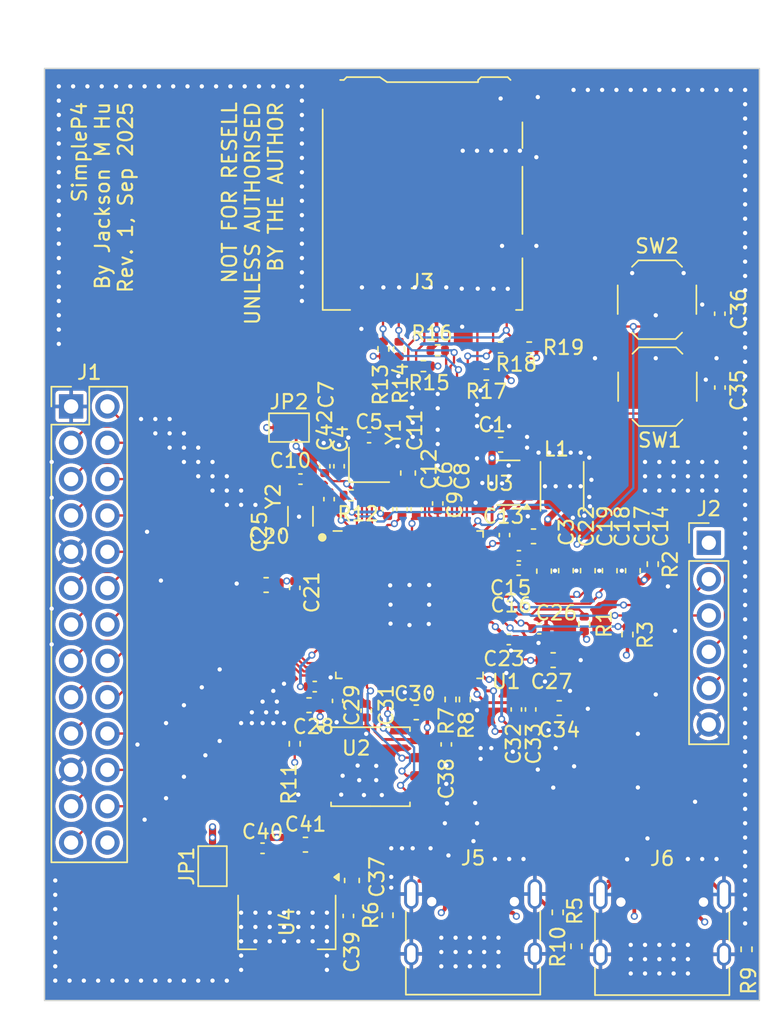
<source format=kicad_pcb>
(kicad_pcb (version 20241229) (generator "pcbnew") (generator_version "9.0")
  (layers (0 "F.Cu" signal) (4 "In1.Cu" signal) (6 "In2.Cu" signal) (2 "B.Cu" signal) (13 "F.Paste" user) (15 "B.Paste" user) (5 "F.SilkS" user "F.Silkscreen") (7 "B.SilkS" user "B.Silkscreen") (1 "F.Mask" user) (3 "B.Mask" user) (25 "Edge.Cuts" user))
  (net 0 "")
  (net 1 "GND")
  (net 2 "+3V3")
  (net 3 "FB_DCDC")
  (net 4 "+1V2")
  (net 5 "XTAL_P")
  (net 6 "XTAL_N")
  (net 7 "GPIO0")
  (net 8 "Net-(JP2-B)")
  (net 9 "VDDO_FLASH")
  (net 10 "VDDO_PSRAM")
  (net 11 "VDDO3")
  (net 12 "VDDO4")
  (net 13 "GPIO1")
  (net 14 "GPIO35{slash}BOOT")
  (net 15 "CHIP_PU")
  (net 16 "+5V")
  (net 17 "Net-(JP1-A)")
  (net 18 "GPIO2")
  (net 19 "GPIO11")
  (net 20 "GPIO10")
  (net 21 "GPIO18")
  (net 22 "GPIO3")
  (net 23 "GPIO17")
  (net 24 "GPIO23")
  (net 25 "GPIO14")
  (net 26 "GPIO5")
  (net 27 "GPIO19")
  (net 28 "GPIO13")
  (net 29 "GPIO20")
  (net 30 "GPIO8")
  (net 31 "GPIO21")
  (net 32 "GPIO22")
  (net 33 "GPIO16")
  (net 34 "GPIO15")
  (net 35 "GPIO9")
  (net 36 "GPIO7")
  (net 37 "GPIO4")
  (net 38 "GPIO6")
  (net 39 "GPIO12")
  (net 40 "GPIO38{slash}U0RXD")
  (net 41 "GPIO25")
  (net 42 "GPIO37{slash}U0TXD")
  (net 43 "GPIO40")
  (net 44 "GPIO52")
  (net 45 "GPIO45")
  (net 46 "GPIO54")
  (net 47 "GPIO50")
  (net 48 "GPIO51")
  (net 49 "GPIO48")
  (net 50 "GPIO46")
  (net 51 "GPIO47")
  (net 52 "GPIO49")
  (net 53 "GPIO39")
  (net 54 "GPIO43")
  (net 55 "GPIO44")
  (net 56 "GPIO53")
  (net 57 "GPIO41")
  (net 58 "Net-(J5-D--PadA7)")
  (net 59 "Net-(J5-CC1)")
  (net 60 "Net-(J5-CC2)")
  (net 62 "Net-(J5-D+-PadA6)")
  (net 65 "Net-(J6-CC1)")
  (net 66 "Net-(J6-CC2)")
  (net 68 "GPIO24")
  (net 69 "Net-(U3-SW)")
  (net 70 "USB_DM")
  (net 71 "USB_DP")
  (net 72 "FLASH_CS")
  (net 74 "FLASH_WP")
  (net 76 "FLASH_CK")
  (net 82 "FLASH_HD")
  (net 90 "EN_DCDC")
  (net 91 "FLASH_D")
  (net 94 "FLASH_Q")
  (net 104 "GPIO42")
  (net 105 "Net-(U1-GPIO36)")
  (footprint "Resistor_SMD:R_0402_1005Metric" (layer "F.Cu") (at 149.8 86.11 90)
    (property "Reference" "R14")
    (property "Value" "10k")
  )
  (footprint "Jumper:SolderJumper-2_P1.3mm_Bridged_Pad1.0x1.5mm" (layer "F.Cu") (at 142.1 91.6)
    (property "Reference" "JP2")
    (property "Value" "VBAT")
  )
  (footprint "Resistor_SMD:R_0402_1005Metric" (layer "F.Cu") (at 167.54 101.14 90)
    (property "Reference" "R2")
    (property "Value" "10k")
  )
  (footprint "Connector_Card:microSD_HC_Hirose_DM3AT-SF-PEJM5" (layer "F.Cu") (at 151.45 75.49 180)
    (property "Reference" "J3")
    (property "Value" "Micro_SD_Card_Det_Hirose_DM3AT")
  )
  (footprint "Capacitor_SMD:C_0402_1005Metric" (layer "F.Cu") (at 141.2 98.9 90)
    (property "Reference" "C25")
    (property "Value" "20pF")
  )
  (footprint "Resistor_SMD:R_0402_1005Metric" (layer "F.Cu") (at 160.8923 125.4777 90)
    (property "Reference" "R5")
    (property "Value" "5.11k")
  )
  (footprint "Capacitor_SMD:C_0603_1608Metric" (layer "F.Cu") (at 140.5 102.6 180)
    (property "Reference" "C20")
    (property "Value" "10uF")
  )
  (footprint "Capacitor_SMD:C_0402_1005Metric" (layer "F.Cu") (at 153.1 113.74 -90)
    (property "Reference" "C38")
    (property "Value" "0.1uF")
  )
  (footprint "Button_Switch_SMD:SW_Push_1P1T_XKB_TS-1187A" (layer "F.Cu") (at 167.87 88.74)
    (property "Reference" "SW1")
    (property "Value" "BOOT")
  )
  (footprint "Capacitor_SMD:C_0402_1005Metric" (layer "F.Cu") (at 147.5 111.38 -90)
    (property "Reference" "C31")
    (property "Value" "0.1uF")
  )
  (footprint "Capacitor_SMD:C_0402_1005Metric" (layer "F.Cu") (at 159 111.3 -90)
    (property "Reference" "C33")
    (property "Value" "0.1uF")
  )
  (footprint "Connector_USB:USB_C_Receptacle_HRO_TYPE-C-31-M-12" (layer "F.Cu") (at 168.2 127.36)
    (property "Reference" "J6")
    (property "Value" "USB_JTAG")
  )
  (footprint "Resistor_SMD:R_0402_1005Metric" (layer "F.Cu") (at 148.7 86.1 90)
    (property "Reference" "R13")
    (property "Value" "10k")
  )
  (footprint "Inductor_SMD:L_Changjiang_FTC322510S" (layer "F.Cu") (at 161.2 95.7 -90)
    (property "Reference" "L1")
    (property "Value" "2.2uH/3A")
  )
  (footprint "Capacitor_SMD:C_0402_1005Metric" (layer "F.Cu") (at 149 97.3 90)
    (property "Reference" "C12")
    (property "Value" "0.1uF")
  )
  (footprint "Capacitor_SMD:C_0402_1005Metric" (layer "F.Cu") (at 144.9 96.6 90)
    (property "Reference" "C42")
    (property "Value" "0.1uF")
  )
  (footprint "Capacitor_SMD:C_0402_1005Metric" (layer "F.Cu") (at 144.6 94.3 90)
    (property "Reference" "C7")
    (property "Value" "0.1uF")
  )
  (footprint "Capacitor_SMD:C_0603_1608Metric" (layer "F.Cu") (at 161 111.2)
    (property "Reference" "C34")
    (property "Value" "4.7uF")
  )
  (footprint "Capacitor_SMD:C_0603_1608Metric" (layer "F.Cu") (at 163 101.6 90)
    (property "Reference" "C18")
    (property "Value" "1uF")
  )
  (footprint "Capacitor_SMD:C_0603_1608Metric" (layer "F.Cu") (at 150.425 94.775 90)
    (property "Reference" "C11")
    (property "Value" "10uF")
  )
  (footprint "Resistor_SMD:R_0402_1005Metric" (layer "F.Cu") (at 174.1 128.06 -90)
    (property "Reference" "R9")
    (property "Value" "5.11k")
  )
  (footprint "Capacitor_SMD:C_0402_1005Metric" (layer "F.Cu") (at 143.9 109.7 180)
    (property "Reference" "C24" (hide yes))
    (property "Value" "0.1uF")
  )
  (footprint "Resistor_SMD:R_0402_1005Metric" (layer "F.Cu") (at 146.43 96.33 180)
    (property "Reference" "R12")
    (property "Value" "10k")
  )
  (footprint "Button_Switch_SMD:SW_Push_1P1T_XKB_TS-1187A" (layer "F.Cu") (at 167.84 82.66)
    (property "Reference" "SW2")
    (property "Value" "RST")
  )
  (footprint "Resistor_SMD:R_0402_1005Metric" (layer "F.Cu") (at 158.9 86 180)
    (property "Reference" "R19")
    (property "Value" "10k")
  )
  (footprint "Capacitor_SMD:C_0402_1005Metric" (layer "F.Cu") (at 142.9 95.2 180)
    (property "Reference" "C10")
    (property "Value" "20pF")
  )
  (footprint "Connector_PinHeader_2.54mm:PinHeader_1x06_P2.54mm_Vertical" (layer "F.Cu") (at 171.46 99.65)
    (property "Reference" "J2")
    (property "Value" "UART_PROG")
  )
  (footprint "Resistor_SMD:R_0402_1005Metric" (layer "F.Cu") (at 155.9 87.9 180)
    (property "Reference" "R17")
    (property "Value" "10k")
  )
  (footprint "Capacitor_SMD:C_0603_1608Metric" (layer "F.Cu") (at 146.5 123.25 90)
    (property "Reference" "C37")
    (property "Value" "10uF")
  )
  (footprint "Capacitor_SMD:C_0402_1005Metric" (layer "F.Cu") (at 158.16 101.56)
    (property "Reference" "C16")
    (property "Value" "0.1uF")
  )
  (footprint "Capacitor_SMD:C_0603_1608Metric" (layer "F.Cu") (at 143.25 120.75)
    (property "Reference" "C41")
    (property "Value" "10uF")
  )
  (footprint "Capacitor_SMD:C_0603_1608Metric" (layer "F.Cu") (at 166.15 101.6 90)
    (property "Reference" "C14")
    (property "Value" "10uF")
  )
  (footprint "Espressif:ESP32-P4" (layer "F.Cu") (at 150.525 103.975)
    (property "Reference" "U1")
    (property "Value" "ESP32-P4")
  )
  (footprint "Capacitor_SMD:C_0402_1005Metric" (layer "F.Cu") (at 145.5 110.7 -90)
    (property "Reference" "C29")
    (property "Value" "0.1uF")
  )
  (footprint "Package_TO_SOT_SMD:SOT-223-3_TabPin2" (layer "F.Cu") (at 141.95 126.15 -90)
    (property "Reference" "U4")
    (property "Value" "AP7361C-33E")
  )
  (footprint "Capacitor_SMD:C_0603_1608Metric" (layer "F.Cu") (at 159.94 101.63 90)
    (property "Reference" "C22")
    (property "Value" "1uF")
  )
  (footprint "Resistor_SMD:R_0402_1005Metric" (layer "F.Cu") (at 142.5 113.7 -90)
    (property "Reference" "R11")
    (property "Value" "10k")
  )
  (footprint "Capacitor_SMD:C_0603_1608Metric" (layer "F.Cu") (at 151 111.5 180)
    (property "Reference" "C30")
    (property "Value" "1uF")
  )
  (footprint "Capacitor_SMD:C_0402_1005Metric" (layer "F.Cu") (at 147.7 92.3 180)
    (property "Reference" "C5")
    (property "Value" "22pF")
  )
  (footprint "Capacitor_SMD:C_0402_1005Metric" (layer "F.Cu") (at 172.23 83.64 90)
    (property "Reference" "C36")
    (property "Value" "0.1uF")
  )
  (footprint "Jumper:SolderJumper-2_P1.3mm_Bridged_Pad1.0x1.5mm" (layer "F.Cu") (at 136.75 122.25 90)
    (property "Reference" "JP1")
    (property "Value" "3V3PWR")
  )
  (footprint "Resistor_SMD:R_0402_1005Metric" (layer "F.Cu") (at 162.75 105.325 90)
    (property "Reference" "R1")
    (property "Value" "10k")
  )
  (footprint "Capacitor_SMD:C_0603_1608Metric" (layer "F.Cu") (at 161.47 101.6 90)
    (property "Reference" "C19")
    (property "Value" "1uF")
  )
  (footprint "Capacitor_SMD:C_0402_1005Metric" (layer "F.Cu") (at 172.24 88.8 90)
    (property "Reference" "C35")
    (property "Value" "0.1uF")
  )
  (footprint "Package_TO_SOT_SMD:SOT-23-5" (layer "F.Cu") (at 157.4375 95.45 180)
    (property "Reference" "U3")
    (property "Value" "TLV62569DBV")
  )
  (footprint "Package_SO:SOIC-8_5.3x5.3mm_P1.27mm" (layer "F.Cu") (at 147.8 115.3)
    (property "Reference" "U2")
    (property "Value" "W25Q128JVS")
  )
  (footprint "Capacitor_SMD:C_0603_1608Metric" (layer "F.Cu") (at 156.9 92.8)
    (property "Reference" "C1")
    (property "Value" "22uF")
  )
  (footprint "Crystal:Crystal_SMD_2016-4Pin_2.0x1.6mm" (layer "F.Cu") (at 147.7 94.2)
    (property "Reference" "Y1")
    (property "Value" "40MHz 10ppm")
  )
  (footprint "Capacitor_SMD:C_0603_1608Metric" (layer "F.Cu") (at 143.5 111 180)
    (property "Reference" "C28")
    (property "Value" "10uF")
  )
  (footprint "Resistor_SMD:R_0402_1005Metric" (layer "F.Cu") (at 148.9923 125.6777 90)
    (property "Reference" "R6")
    (property "Value" "5.11k")
  )
  (footprint "Capacitor_SMD:C_0402_1005Metric" (layer "F.Cu") (at 158 111.3 -90)
    (property "Reference" "C32")
    (property "Value" "10nF")
  )
  (footprint "Capacitor_SMD:C_0402_1005Metric" (layer "F.Cu") (at 159.6 105.65)
    (property "Reference" "C26")
    (property "Value" "0.1uF")
  )
  (footprint "Resistor_SMD:R_0402_1005Metric" (layer "F.Cu") (at 152.5 86.2)
    (property "Reference" "R16")
    (property "Value" "10k")
  )
  (footprint "Crystal:Crystal_SMD_3215-2Pin_3.2x1.5mm" (layer "F.Cu") (at 142.9 97.8 90)
    (property "Reference" "Y2")
    (property "Value" "32.768k")
  )
  (footprint "Resistor_SMD:R_0402_1005Metric" (layer "F.Cu") (at 153.4 110.6 -90)
    (property "Reference" "R7")
    (property "Value" "0R")
  )
  (footprint "Connector_USB:USB_C_Receptacle_HRO_TYPE-C-31-M-12" (layer "F.Cu") (at 154.9723 127.3277)
    (property "Reference" "J5")
    (property "Value" "USB_HS")
  )
  (footprint "Capacitor_SMD:C_0402_1005Metric" (layer "F.Cu") (at 157.47 106.41)
    (property "Reference" "C23")
    (property "Value" "0.1uF")
  )
  (footprint "Capacitor_SMD:C_0402_1005Metric" (layer "F.Cu") (at 150 97.3 90)
    (property "Reference" "C6")
    (property "Value" "0.1uF")
  )
  (footprint "Capacitor_SMD:C_0402_1005Metric" (layer "F.Cu") (at 140.25 121)
    (property "Reference" "C40")
    (property "Value" "0.1uF")
  )
  (footprint "Capacitor_SMD:C_0402_1005Metric" (layer "F.Cu") (at 157.17 99.11 90)
    (property "Reference" "C13")
    (property "Value" "0.1uF")
  )
  (footprint "Connector_PinHeader_2.54mm:PinHeader_2x13_P2.54mm_Vertical" (layer "F.Cu") (at 126.86 90.12)
    (property "Reference" "J1")
    (property "Value" "Conn_01x26_Pin")
  )
  (footprint "Capacitor_SMD:C_0402_1005Metric" (layer "F.Cu") (at 158.18 100.56)
    (property "Reference" "C15")
    (property "Value" "0.1uF")
  )
  (footprint "Capacitor_SMD:C_0603_1608Metric" (layer "F.Cu") (at 159.2 99.2 180)
    (property "Reference" "C3")
    (property "Value" "22uF")
  )
  (footprint "Resistor_SMD:R_0402_1005Metric" (layer "F.Cu") (at 162.2 127.85 -90)
    (property "Reference" "R10")
    (property "Value" "5.11k")
  )
  (footprint "Resistor_SMD:R_0402_1005Metric" (layer "F.Cu") (at 151.5 87.3 180)
    (property "Reference" "R15")
    (property "Value" "10k")
  )
  (footprint "Capacitor_SMD:C_0402_1005Metric" (layer "F.Cu") (at 151 97.3 90)
    (property "Reference" "C8")
    (property "Value" "0.1uF")
  )
  (footprint "Resistor_SMD:R_0402_1005Metric" (layer "F.Cu") (at 154.4 110.6 90)
    (property "Reference" "R8")
    (property "Value" "0R")
  )
  (footprint "Capacitor_SMD:C_0402_1005Metric" (layer "F.Cu") (at 146.25 125.73 -90)
    (property "Reference" "C39")
    (property "Value" "0.1uF")
  )
  (footprint "Capacitor_SMD:C_0603_1608Metric" (layer "F.Cu") (at 164.53 101.6 90)
    (property "Reference" "C17")
    (property "Value" "1uF")
  )
  (footprint "Capacitor_SMD:C_0402_1005Metric" (layer "F.Cu") (at 152.5 96.9 90)
    (property "Reference" "C9")
    (property "Value" "0.1uF")
  )
  (footprint "Resistor_SMD:R_0402_1005Metric" (layer "F.Cu") (at 165.77 106.06 90)
    (property "Reference" "R3")
    (property "Value" "10k")
  )
  (footprint "Resistor_SMD:R_0402_1005Metric" (layer "F.Cu") (at 156.9 86 180)
    (property "Reference" "R18")
    (property "Value" "10k")
  )
  (footprint "Capacitor_SMD:C_0402_1005Metric" (layer "F.Cu") (at 145.6 94.3 -90)
    (property "Reference" "C4")
    (property "Value" "22pF")
  )
  (footprint "Capacitor_SMD:C_0603_1608Metric" (layer "F.Cu") (at 160.575 107.85)
    (property "Reference" "C27")
    (property "Value" "1uF")
  )
  (footprint "Capacitor_SMD:C_0402_1005Metric" (layer "F.Cu") (at 142.5 102.8 -90)
    (property "Reference" "C21")
    (property "Value" "0.1uF")
  )
  (gr_rect (start 125 66.5) (end 175 131.64) (stroke (width 0.1)) (fill no) (layer "Edge.Cuts"))
  (gr_text "SimpleP4\nBy Jackson M Hu\nRev. 1, Sep 2025" (at 131.25 68.75 90) (layer "F.SilkS") (effects (font (size 1 1)) (justify right bottom)))
  (gr_text "NOT FOR RESELL\nUNLESS AUTHORISED\nBY THE AUTHOR" (at 141.75 68.75 90) (layer "F.SilkS") (effects (font (size 1 1)) (justify right bottom)))
  (segment (start 149.175 102.625) (end 151.875 105.325) (width 0.16) (layer "F.Cu") (net 1))
  (segment (start 150.425 93.635736) (end 149.694632 92.905368) (width 0.16) (layer "F.Cu") (net 1))
  (segment (start 152.5 92.75) (end 152.5 91.75) (width 0.16) (layer "F.Cu") (net 1))
  (segment (start 148.135778 94.75) (end 147.035778 93.65) (width 0.16) (layer "F.Cu") (net 1))
  (segment (start 145.01 109.06) (end 145.01 109.07) (width 0.25) (layer "F.Cu") (net 1))
  (segment (start 153.7 112.7) (end 153.7 117.31) (width 0.16) (layer "F.Cu") (net 1))
  (segment (start 161.47 95.7) (end 161.5 95.7) (width 0.5) (layer "F.Cu") (net 1))
  (segment (start 159.61 95.45) (end 159.701708 95.45) (width 0.5) (layer "F.Cu") (net 1))
  (segment (start 152.5 96.42) (end 152.5 94.25) (width 0.16) (layer "F.Cu") (net 1))
  (segment (start 147.5 111.86) (end 147.5 113) (width 0.2) (layer "F.Cu") (net 1))
  (segment (start 145.6 93.82) (end 145.36 93.82) (width 0.16) (layer "F.Cu") (net 1))
  (segment (start 150.525 101.275) (end 150.525 102.6) (width 0.16) (layer "F.Cu") (net 1))
  (segment (start 158 111.78) (end 159 111.78) (width 0.2) (layer "F.Cu") (net 1))
  (segment (start 150.2 111.475) (end 150.225 111.5) (width 0.16) (layer "F.Cu") (net 1))
  (segment (start 160.83 95.7) (end 161 95.7) (width 0.5) (layer "F.Cu") (net 1))
  (segment (start 160.5 95.7) (end 160.75 95.7) (width 0.5) (layer "F.Cu") (net 1))
  (segment (start 157.4615 93.0135) (end 157.4615 94.25) (width 0.5) (layer "F.Cu") (net 1))
  (segment (start 152.5 94.25) (end 152.5 92.75) (width 0.16) (layer "F.Cu") (net 1))
  (segment (start 140.573294 103.356) (end 139.817294 102.6) (width 0.16) (layer "F.Cu") (net 1))
  (segment (start 142.5 103.28) (end 142.424 103.356) (width 0.16) (layer "F.Cu") (net 1))
  (segment (start 145.01 109.07) (end 144.38 109.7) (width 0.25) (layer "F.Cu") (net 1))
  (segment (start 142.424 103.356) (end 140.573294 103.356) (width 0.16) (layer "F.Cu") (net 1))
  (segment (start 158.575 95.45) (end 159.61 95.45) (width 0.5) (layer "F.Cu") (net 1))
  (segment (start 160.0623 124.9677) (end 159.2923 124.1977) (width 0.2626) (layer "F.Cu") (net 1))
  (segment (start 147.22 93.43) (end 147 93.65) (width 0.16) (layer "F.Cu") (net 1))
  (segment (start 150.425 94) (end 151.181 94.756) (width 0.16) (layer "F.Cu") (net 1))
  (segment (start 148.498264 91.709) (end 147.811 91.709) (width 0.16) (layer "F.Cu") (net 1))
  (segment (start 164.7 101.6) (end 164.7 100.995) (width 0.25) (layer "F.Cu") (net 1))
  (segment (start 164.4 101.6) (end 164.7 101.6) (width 0.25) (layer "F.Cu") (net 1))
  (segment (start 150.2 110.1) (end 150.2 111.475) (width 0.16) (layer "F.Cu") (net 1))
  (segment (start 157.625 107.185) (end 157.61 107.2) (width 0.16) (layer "F.Cu") (net 1))
  (segment (start 152.6 110.65) (end 152.6 111.6) (width 0.16) (layer "F.Cu") (net 1))
  (segment (start 151.181 96.639) (end 151 96.82) (width 0.16) (layer "F.Cu") (net 1))
  (segment (start 147 93.65) (end 145.77 93.65) (width 0.16) (layer "F.Cu") (net 1))
  (segment (start 164.4 101.6) (end 165.375 101.6) (width 0.25) (layer "F.Cu") (net 1))
  (segment (start 164.7 100.995) (end 164.53 100.825) (width 0.25) (layer "F.Cu") (net 1))
  (segment (start 143.38 95.2) (end 143.98 95.2) (width 0.16) (layer "F.Cu") (net 1))
  (segment (start 159.951708 95.7) (end 160 95.7) (width 0.5) (layer "F.Cu") (net 1))
  (segment (start 157.95 106.86) (end 157.95 106.41) (width 0.16) (layer "F.Cu") (net 1))
  (segment (start 158.425 99.2) (end 158.425 98.175) (width 0.2) (layer "F.Cu") (net 1))
  (segment (start 152.05 110.1) (end 152.6 110.65) (width 0.16) (layer "F.Cu") (net 1))
  (segment (start 162 95.7) (end 162.5 95.7) (width 0.5) (layer "F.Cu") (net 1))
  (segment (start 147.825 101.275) (end 153.225 101.275) (width 0.16) (layer "F.Cu") (net 1))
  (segment (start 162.2 101.6) (end 163.8 101.6) (width 0.25) (layer "F.Cu") (net 1))
  (segment (start 157.625 107.185) (end 157.95 106.86) (width 0.16) (layer "F.Cu") (net 1))
  (segment (start 153.7 117.31) (end 153.15 117.86) (width 0.16) (layer "F.Cu") (net 1))
  (segment (start 147.22 92.3) (end 147.22 93.43) (width 0.16) (layer "F.Cu") (net 1))
  (segment (start 159.94 100.855) (end 159.345 100.855) (width 0.25) (layer "F.Cu") (net 1))
  (segment (start 145.77 93.65) (end 145.6 93.82) (width 0.16) (layer "F.Cu") (net 1))
  (segment (start 151.9 103.975) (end 153.225 103.975) (width 0.16) (layer "F.Cu") (net 1))
  (segment (start 158.425 98.175) (end 158.8 97.8) (width 0.2) (layer "F.Cu") (net 1))
  (segment (start 161.75 95.7) (end 162 95.7) (width 0.5) (layer "F.Cu") (net 1))
  (segment (start 150.525 105.4) (end 150.525 106.675) (width 0.16) (layer "F.Cu") (net 1))
  (segment (start 145.5 112.12) (end 145.5 111.18) (width 0.25) (layer "F.Cu") (net 1))
  (segment (start 160.75 95.7) (end 160.83 95.7) (width 0.5) (layer "F.Cu") (net 1))
  (segment (start 163 95.5) (end 163.25 95.25) (width 0.5) (layer "F.Cu") (net 1))
  (segment (start 164.95 123.315) (end 164.795 123.315) (width 0.2626) (layer "F.Cu") (net 1))
  (segment (start 151.181 94.756) (end 151.181 96.639) (width 0.16) (layer "F.Cu") (net 1))
  (segment (start 158.64 101.56) (end 158.68 101.6) (width 0.25) (layer "F.Cu") (net 1))
  (segment (start 159.345 100.855) (end 158.64 101.56) (width 0.25) (layer "F.Cu") (net 1))
  (segment (start 161 95.7) (end 161.47 95.7) (width 0.5) (layer "F.Cu") (net 1))
  (segment (start 152.6 111.6) (end 153.7 112.7) (width 0.16) (layer "F.Cu") (net 1))
  (segment (start 162.2 128.36) (end 163.83 128.36) (width 0.16) (layer "F.Cu") (net 1))
  (segment (start 145.43 112.19) (end 145.5 112.12) (width 0.25) (layer "F.Cu") (net 1))
  (segment (start 160.23 95.7) (end 160.5 95.7) (width 0.5) (layer "F.Cu") (net 1))
  (segment (start 158.68 101.6) (end 160.7 101.6) (width 0.25) (layer "F.Cu") (net 1))
  (segment (start 162.5 95.7) (end 162.8 95.7) (width 0.5) (layer "F.Cu") (net 1))
  (segment (start 157.4615 94.25) (end 157.4615 94.998999) (width 0.5) (layer "F.Cu") (net 1))
  (segment (start 149 96.82) (end 151 96.82) (width 0.16) (layer "F.Cu") (net 1))
  (segment (start 157.675 92.8) (end 157.4615 93.0135) (width 0.5) (layer "F.Cu") (net 1))
  (segment (start 147.825 101.275) (end 149.175 102.625) (width 0.16) (layer "F.Cu") (net 1))
  (segment (start 160.8923 124.9677) (end 160.0623 124.9677) (width 0.2626) (layer "F.Cu") (net 1))
  (segment (start 171.45 123.315) (end 171.605 123.315) (width 0.2626) (layer "F.Cu") (net 1))
  (segment (start 171.605 123.315) (end 172.52 124.23) (width 0.2626) (layer "F.Cu") (net 1))
  (segment (start 143.98 95.2) (end 144.9 96.12) (width 0.16) (layer "F.Cu") (net 1))
  (segment (start 164.795 123.315) (end 163.88 124.23) (width 0.2626) (layer "F.Cu") (net 1))
  (segment (start 160 95.7) (end 160.23 95.7) (width 0.5) (layer "F.Cu") (net 1))
  (segment (start 149.2 105.3) (end 147.825 106.675) (width 0.16) (layer "F.Cu") (net 1))
  (segment (start 147.811 91.709) (end 147.22 92.3) (width 0.16) (layer "F.Cu") (net 1))
  (segment (start 162.8 95.7) (end 163 95.5) (width 0.5) (layer "F.Cu") (net 1))
  (segment (start 147.825 101.275) (end 147.825 106.675) (width 0.16) (layer "F.Cu") (net 1))
  (segment (start 157.912501 95.45) (end 158.575 95.45) (width 0.5) (layer "F.Cu") (net 1))
  (segment (start 158.66 100.56) (end 158.64 100.58) (width 0.25) (layer "F.Cu") (net 1))
  (segment (start 157.4615 94.998999) (end 157.912501 95.45) (width 0.5) (layer "F.Cu") (net 1))
  (segment (start 148.4 94.75) (end 148.135778 94.75) (width 0.16) (layer "F.Cu") (net 1))
  (segment (start 158.64 100.58) (end 158.64 101.56) (width 0.25) (layer "F.Cu") (net 1))
  (segment (start 149.2 103.975) (end 151.9 103.975) (width 0.16) (layer "F.Cu") (net 1))
  (segment (start 150.525 102.6) (end 150.525 105.4) (width 0.16) (layer "F.Cu") (net 1))
  (segment (start 150.425 94) (end 150.425 93.635736) (width 0.16) (layer "F.Cu") (net 1))
  (segment (start 147.825 103.975) (end 149.2 103.975) (width 0.16) (layer "F.Cu") (net 1))
  (segment (start 165.375 101.6) (end 166.15 100.825) (width 0.25) (layer "F.Cu") (net 1))
  (segment (start 147.035778 93.65) (end 147 93.65) (width 0.16) (layer "F.Cu") (net 1))
  (segment (start 151.875 105.325) (end 153.225 106.675) (width 0.16) (layer "F.Cu") (net 1))
  (segment (start 161.5 95.7) (end 161.6 95.7) (width 0.5) (layer "F.Cu") (net 1))
  (segment (start 163.83 128.36) (end 163.88 128.41) (width 0.16) (layer "F.Cu") (net 1))
  (segment (start 149.694632 92.905368) (end 148.498264 91.709) (width 0.16) (layer "F.Cu") (net 1))
  (segment (start 147.825 106.675) (end 153.225 106.675) (width 0.16) (layer "F.Cu") (net 1))
  (segment (start 160.7 101.6) (end 162.2 101.6) (width 0.25) (layer "F.Cu") (net 1))
  (segment (start 151.9 110.1) (end 152.05 110.1) (width 0.16) (layer "F.Cu") (net 1))
  (segment (start 139.817294 102.6) (end 139.725 102.6) (width 0.16) (layer "F.Cu") (net 1))
  (segment (start 151.9 102.6) (end 149.2 105.3) (width 0.16) (layer "F.Cu") (net 1))
  (segment (start 159.701708 95.45) (end 159.951708 95.7) (width 0.5) (layer "F.Cu") (net 1))
  (segment (start 153.225 101.275) (end 151.9 102.6) (width 0.16) (layer "F.Cu") (net 1))
  (segment (start 161.47 95.7) (end 161.75 95.7) (width 0.5) (layer "F.Cu") (net 1))
  (segment (start 163.8 101.6) (end 164.4 101.6) (width 0.25) (layer "F.Cu") (net 1))
  (via (at 125.75 125.25) (size 0.5) (drill 0.3) (layers "F.Cu" "B.Cu") (net 1))
  (via (at 160.25 112.75) (size 0.5) (drill 0.3) (layers "F.Cu" "B.Cu") (net 1))
  (via (at 174 112.25) (size 0.5) (drill 0.3) (layers "F.Cu" "B.Cu") (net 1))
  (via (at 143 80.75) (size 0.5) (drill 0.3) (layers "F.Cu" "B.Cu") (net 1))
  (via (at 143 77.75) (size 0.5) (drill 0.3) (layers "F.Cu" "B.Cu") (net 1))
  (via (at 147.34 117.28) (size 0.5) (drill 0.3) (layers "F.Cu" "B.Cu") (net 1))
  (via (at 161.95 97.9) (size 0.5) (drill 0.3) (layers "F.Cu" "B.Cu") (net 1))
  (via (at 150.75 91.25) (size 0.5) (drill 0.3) (layers "F.Cu" "B.Cu") (net 1))
  (via (at 126 78.75) (size 0.5) (drill 0.3) (layers "F.Cu" "B.Cu") (net 1))
  (via (at 138.75 126.5) (size 0.5) (drill 0.3) (layers "F.Cu" "B.Cu") (net 1))
  (via (at 158.5 121.75) (size 0.5) (drill 0.3) (layers "F.Cu" "B.Cu") (net 1))
  (via (at 167 95) (size 0.5) (drill 0.3) (layers "F.Cu" "B.Cu") (net 1))
  (via (at 137.75 96) (size 0.5) (drill 0.3) (layers "F.Cu" "B.Cu") (net 1))
  (via (at 159.4 78.9) (size 0.5) (drill 0.3) (layers "F.Cu" "B.Cu") (net 1))
  (via (at 151.9 103.975) (size 0.5) (drill 0.3) (layers "F.Cu" "B.Cu") (net 1))
  (via (at 158.25 72.25) (size 0.5) (drill 0.3) (layers "F.Cu" "B.Cu") (net 1))
  (via (at 150.2 110.1) (size 0.5) (drill 0.3) (layers "F.Cu" "B.Cu") (net 1))
  (via (at 142.75 117.25) (size 0.5) (drill 0.3) (layers "F.Cu" "B.Cu") (net 1))
  (via (at 126 81.75) (size 0.5) (drill 0.3) (layers "F.Cu" "B.Cu") (net 1))
  (via (at 163.8 101.6) (size 0.5) (drill 0.3) (layers "F.Cu" "B.Cu") (net 1))
  (via (at 156.25 91.55) (size 0.5) (drill 0.3) (layers "F.Cu" "B.Cu") (net 1))
  (via (at 167 129.75) (size 0.5) (drill 0.3) (layers "F.Cu" "B.Cu") (net 1))
  (via (at 160.7 101.6) (size 0.5) (drill 0.3) (layers "F.Cu" "B.Cu") (net 1))
  (via (at 152.5 91.75) (size 0.5) (drill 0.3) (layers "F.Cu" "B.Cu") (net 1))
  (via (at 146.9 115.22) (size 0.5) (drill 0.3) (layers "F.Cu" "B.Cu") (net 1))
  (via (at 136.75 96) (size 0.5) (drill 0.3) (layers "F.Cu" "B.Cu") (net 1))
  (via (at 144.75 129.5) (size 0.5) (drill 0.3) (layers "F.Cu" "B.Cu") (net 1))
  (via (at 125.75 124.25) (size 0.5) (drill 0.3) (layers "F.Cu" "B.Cu") (net 1))
  (via (at 132.75 130.25) (size 0.5) (drill 0.3) (layers "F.Cu" "B.Cu") (net 1))
  (via (at 129 67.75) (size 0.5) (drill 0.3) (layers "F.Cu" "B.Cu") (net 1))
  (via (at 150.69 90.19) (size 0.5) (drill 0.3) (layers "F.Cu" "B.Cu") (net 1))
  (via (at 169.1 105.8) (size 0.5) (drill 0.3) (layers "F.Cu" "B.Cu") (net 1))
  (via (at 137.25 113.5) (size 0.5) (drill 0.3) (layers "F.Cu" "B.Cu") (net 1))
  (via (at 174 102) (size 0.5) (drill 0.3) (layers "F.Cu" "B.Cu") (net 1))
  (via (at 143 82.75) (size 0.5) (drill 0.3) (layers "F.Cu" "B.Cu") (net 1))
  (via (at 141.75 125.5) (size 0.5) (drill 0.3) (layers "F.Cu" "B.Cu") (net 1))
  (via (at 145.6 92.825) (size 0.5) (drill 0.3) (layers "F.Cu" "B.Cu") (net 1))
  (via (at 133.75 92) (size 0.5) (drill 0.3) (layers "F.Cu" "B.Cu") (net 1))
  (via (at 139.75 126.5) (size 0.5) (drill 0.3) (layers "F.Cu" "B.Cu") (net 1))
  (via (at 126 69.75) (size 0.5) (drill 0.3) (layers "F.Cu" "B.Cu") (net 1))
  (via (at 171.25 88.25) (size 0.5) (drill 0.3) (layers "F.Cu" "B.Cu") (net 1))
  (via (at 138.75 128.5) (size 0.5) (drill 0.3) (layers "F.Cu" "B.Cu") (net 1))
  (via (at 150.75 92.25) (size 0.5) (drill 0.3) (layers "F.Cu" "B.Cu") (net 1))
  (via (at 138.75 129.5) (size 0.5) (drill 0.3) (layers "F.Cu" "B.Cu") (net 1))
  (via (at 149.25 123.75) (size 0.5) (drill 0.3) (layers "F.Cu" "B.Cu") (net 1))
  (via (at 155.3 81.89) (size 0.5) (drill 0.3) (layers "F.Cu" "B.Cu") (net 1))
  (via (at 162.5 95.7) (size 0.5) (drill 0.3) (layers "F.Cu" "B.Cu") (net 1))
  (via (at 174 105) (size 0.5) (drill 0.3) (layers "F.Cu" "B.Cu") (net 1))
  (via (at 156.75 129.25) (size 0.5) (drill 0.3) (layers "F.Cu" "B.Cu") (net 1))
  (via (at 174 124.25) (size 0.5) (drill 0.3) (layers "F.Cu" "B.Cu") (net 1))
  (via (at 171 68) (size 0.5) (drill 0.3) (layers "F.Cu" "B.Cu") (net 1))
  (via (at 143.75 125.5) (size 0.5) (drill 0.3) (layers "F.Cu" "B.Cu") (net 1))
  (via (at 154.75 127.25) (size 0.5) (drill 0.3) (layers "F.Cu" "B.Cu") (net 1))
  (via (at 127.75 130.25) (size 0.5) (drill 0.3) (layers "F.Cu" "B.Cu") (net 1))
  (via (at 168.6 102.7) (size 0.5) (drill 0.3) (layers "F.Cu" "B.Cu") (net 1))
  (via (at 128.75 130.25) (size 0.5) (drill 0.3) (layers "F.Cu" "B.Cu") (net 1))
  (via (at 133.75 93) (size 0.5) (drill 0.3) (layers "F.Cu" "B.Cu") (net 1))
  (via (at 158.75 93) (size 0.5) (drill 0.3) (layers "F.Cu" "B.Cu") (net 1))
  (via (at 174 104) (size 0.5) (drill 0.3) (layers "F.Cu" "B.Cu") (net 1))
  (via (at 126 74.75) (size 0.5) (drill 0.3) (layers "F.Cu" "B.Cu") (net 1))
  (via (at 125.5 106.75) (size 0.5) (drill 0.3) (layers "F.Cu" "B.Cu") (net 1))
  (via (at 151.875 105.325) (size 0.5) (drill 0.3) (layers "F.Cu" "B.Cu") (net 1))
  (via (at 166 129.75) (size 0.5) (drill 0.3) (layers "F.Cu" "B.Cu") (net 1))
  (via (at 140 67.75) (size 0.5) (drill 0.3) (layers "F.Cu" "B.Cu") (net 1))
  (via (at 138.75 125.5) (size 0.5) (drill 0.3) (layers "F.Cu" "B.Cu") (net 1))
  (via (at 136.75 95) (size 0.5) (drill 0.3) (layers "F.Cu" "B.Cu") (net 1))
  (via (at 143 68.75) (size 0.5) (drill 0.3) (layers "F.Cu" "B.Cu") (net 1))
  (via (at 136.25 114.5) (size 0.5) (drill 0.3) (layers "F.Cu" "B.Cu") (net 1))
  (via (at 125.75 128.25) (size 0.5) (drill 0.3) (layers "F.Cu" "B.Cu") (net 1))
  (via (at 150.525 105.4) (size 0.5) (drill 0.3) (layers "F.Cu" "B.Cu") (net 1))
  (via (at 134 67.75) (size 0.5) (drill 0.3) (layers "F.Cu" "B.Cu") (net 1))
  (via (at 171 83) (size 0.5) (drill 0.3) (layers "F.Cu" "B.Cu") (net 1))
  (via (at 153.25 121.5) (size 0.5) (drill 0.3) (layers "F.Cu" "B.Cu") (net 1))
  (via (at 174 86) (size 0.5) (drill 0.3) (layers "F.Cu" "B.Cu") (net 1))
  (via (at 140.75 125.5) (size 0.5) (drill 0.3) (layers "F.Cu" "B.Cu") (net 1))
  (via (at 171 96) (size 0.5) (drill 0.3) (layers "F.Cu" "B.Cu") (net 1))
  (via (at 174 84) (size 0.5) (drill 0.3) (layers "F.Cu" "B.Cu") (net 1))
  (via (at 137.75 97) (size 0.5) (drill 0.3) (layers "F.Cu" "B.Cu") (net 1))
  (via (at 149.694632 92.905368) (size 0.5) (drill 0.3) (layers "F.Cu" "B.Cu") (net 1))
  (via (at 140.5 111.5) (size 0.5) (drill 0.3) (layers "F.Cu" "B.Cu") (net 1))
  (via (at 152.75 127.25) (size 0.5) (drill 0.3) (layers "F.Cu" "B.Cu") (net 1))
  (via (at 172 86.75) (size 0.5) (drill 0.3) (layers "F.Cu" "B.Cu") (net 1))
  (via (at 149.2 105.3) (size 0.5) (drill 0.3) (layers "F.Cu" "B.Cu") (net 1))
  (via (at 152.5 90.25) (size 0.5) (drill 0.3) (layers "F.Cu" "B.Cu") (net 1))
  (via (at 145.85 115.93) (size 0.5) (drill 0.3) (layers "F.Cu" "B.Cu") (net 1))
  (via (at 141.75 112.25) (size 0.5) (drill 0.3) (layers "F.Cu" "B.Cu") (net 1))
  (via (at 137 67.75) (size 0.5) (drill 0.3) (layers "F.Cu" "B.Cu") (net 1))
  (via (at 174 73) (size 0.5) (drill 0.3) (layers "F.Cu" "B.Cu") (net 1))
  (via (at 135.75 93) (size 0.5) (drill 0.3) (layers "F.Cu" "B.Cu") (net 1))
  (via (at 129.75 130.25) (size 0.5) (drill 0.3) (layers "F.Cu" "B.Cu") (net 1))
  (via (at 158.75 92.25) (size 0.5) (drill 0.3) (layers "F.Cu" "B.Cu") (net 1))
  (via (at 163 111.25) (size 0.5) (drill 0.3) (layers "F.Cu" "B.Cu") (net 1))
  (via (at 153.15 117.86) (size 0.5) (drill 0.3) (layers "F.Cu" "B.Cu") (net 1))
  (via (at 169.7 80.8) (size 0.5) (drill 0.3) (layers "F.Cu" "B.Cu") (net 1))
  (via (at 138.75 112.25) (size 0.5) (drill 0.3) (layers "F.Cu" "B.Cu") (net 1))
  (via (at 138.75 97) (size 0.5) (drill 0.3) (layers "F.Cu" "B.Cu") (net 1))
  (via (at 146.25 92.3) (size 0.5) (drill 0.3) (layers "F.Cu" "B.Cu") (net 1))
  (via (at 163.15 97.1) (size 0.5) (drill 0.3) (layers "F.Cu" "B.Cu") (net 1))
  (via (at 174 119.25) (size 0.5) (drill 0.3) (layers "F.Cu" "B.Cu") (net 1))
  (via (at 171 94) (size 0.5) (drill 0.3) (layers "F.Cu" "B.Cu") (net 1))
  (via (at 132.75 92) (size 0.5) (drill 0.3) (layers "F.Cu" "B.Cu") (net 1))
  (via (at 143 70.75) (size 0.5) (drill 0.3) (layers "F.Cu" "B.Cu") (net 1))
  (via (at 139.5 112.25) (size 0.5) (drill 0.3) (layers "F.Cu" "B.Cu") (net 1))
  (via (at 174 78) (size 0.5) (drill 0.3) (layers "F.Cu" "B.Cu") (net 1))
  (via (at 153.1 115.2) (size 0.5) (drill 0.3) (layers "F.Cu" "B.Cu") (net 1))
  (via (at 159.4 72.7) (size 0.5) (drill 0.3) (layers "F.Cu" "B.Cu") (net 1))
  (via (at 154.18 81.89) (size 0.5) (drill 0.3) (layers "F.Cu" "B.Cu") (net 1))
  (via (at 136 67.75) (size 0.5) (drill 0.3) (layers "F.Cu" "B.Cu") (net 1))
  (via (at 172 95) (size 0.5) (drill 0.3) (layers "F.Cu" "B.Cu") (net 1))
  (via (at 156.25 95.5) (size 0.5) (drill 0.3) (layers "F.Cu" "B.Cu") (net 1))
  (via (at 169 68) (size 0.5) (drill 0.3) (layers "F.Cu" "B.Cu") (net 1))
  (via (at 139.75 125.5) (size 0.5) (drill 0.3) (layers "F.Cu" "B.Cu") (net 1))
  (via (at 141.75 126.5) (size 0.5) (drill 0.3) (layers "F.Cu" "B.Cu") (net 1))
  (via (at 143 69.75) (size 0.5) (drill 0.3) (layers "F.Cu" "B.Cu") (net 1))
  (via (at 156.25 72.25) (size 0.5) (drill 0.3) (layers "F.Cu" "B.Cu") (net 1))
  (via (at 174 106.25) (size 0.5) (drill 0.3) (layers "F.Cu" "B.Cu") (net 1))
  (via (at 154.75 128.25) (size 0.5) (drill 0.3) (layers "F.Cu" "B.Cu") (net 1))
  (via (at 168 127.75) (size 0.5) (drill 0.3) (layers "F.Cu" "B.Cu") (net 1))
  (via (at 174 79) (size 0.5) (drill 0.3) (layers "F.Cu" "B.Cu") (net 1))
  (via (at 152.5 94.25) (size 0.5) (drill 0.3) (layers "F.Cu" "B.Cu") (net 1))
  (via (at 174 103) (size 0.5) (drill 0.3) (layers "F.Cu" "B.Cu") (net 1))
  (via (at 157.4 81.9) (size 0.5) (drill 0.3) (layers "F.Cu" "B.Cu") (net 1))
  (via (at 155.12 117.83) (size 0.5) (drill 0.3) (layers "F.Cu" "B.Cu") (net 1))
  (via (at 170 96) (size 0.5) (drill 0.3) (layers "F.Cu" "B.Cu") (net 1))
  (via (at 125.5 96.5) (size 0.5) (drill 0.3) (layers "F.Cu" "B.Cu") (net 1))
  (via (at 142.75 126.5) (size 0.5) (drill 0.3) (layers "F.Cu" "B.Cu") (net 1))
  (via (at 170 127.75) (size 0.5) (drill 0.3) (layers "F.Cu" "B.Cu") (net 1))
  (via (at 143.75 127.5) (size 0.5) (drill 0.3) (layers "F.Cu" "B.Cu") (net 1))
  (via (at 133.5 112.25) (size 0.5) (drill 0.3) (layers "F.Cu" "B.Cu") (net 1))
  (via (at 148.2 115.24) (size 0.5) (drill 0.3) (layers "F.Cu" "B.Cu") (net 1))
  (via (at 147.2 81.8) (size 0.5) (drill 0.3) (layers "F.Cu" "B.Cu") (net 1))
  (via (at 174 81) (size 0.5) (drill 0.3) (layers "F.Cu" "B.Cu") (net 1))
  (via (at 141 110) (size 0.5) (drill 0.3) (layers "F.Cu" "B.Cu") (net 1))
  (via (at 156.4 81.9) (size 0.5) (drill 0.3) (layers "F.Cu" "B.Cu") (net 1))
  (via (at 174 71) (size 0.5) (drill 0.3) (layers "F.Cu" "B.Cu") (net 1))
  (via (at 138.75 96) (size 0.5) (drill 0.3) (layers "F.Cu" "B.Cu") (net 1))
  (via (at 174 70) (size 0.5) (drill 0.3) (layers "F.Cu" "B.Cu") (net 1))
  (via (at 126 72.75) (size 0.5) (drill 0.3) (layers "F.Cu" "B.Cu") (net 1))
  (via (at 169 94) (size 0.5) (drill 0.3) (layers "F.Cu" "B.Cu") (net 1))
  (via (at 174 123.25) (size 0.5) (drill 0.3) (layers "F.Cu" "B.Cu") (net 1))
  (via (at 163.5 86.75) (size 0.5) (drill 0.3) (layers "F.Cu" "B.Cu") (net 1))
  (via (at 152.75 129.25) (size 0.5) (drill 0.3) (layers "F.Cu" "B.Cu") (net 1))
  (via (at 127 67.75) (size 0.5) (drill 0.3) (layers "F.Cu" "B.Cu") (net 1))
  (via (at 155.25 72.25) (size 0.5) (drill 0.3) (layers "F.Cu" "B.Cu") (net 1))
  (via (at 132 119) (size 0.5) (drill 0.3) (layers "F.Cu" "B.Cu") (net 1))
  (via (at 145.75 117.25) (size 0.5) (drill 0.3) (layers "F.Cu" "B.Cu") (net 1))
  (via (at 131.5 113.75) (size 0.5) (drill 0.3) (layers "F.Cu" "B.Cu") (net 1))
  (via (at 134.75 116) (size 0.5) (drill 0.3) (layers "F.Cu" "B.Cu") (net 1))
  (via (at 174 77) (size 0.5) (drill 0.3) (layers "F.Cu" "B.Cu") (net 1))
  (via (at 139.75 127.5) (size 0.5) (drill 0.3) (layers "F.Cu" "B.Cu") (net 1))
  (via (at 143 75.75) (size 0.5) (drill 0.3) (layers "F.Cu" "B.Cu") (net 1))
  (via (at 159.55 93.35) (size 0.5) (drill 0.3) (layers "F.Cu" "B.Cu") (net 1))
  (via (at 161.8 93.35) (size 0.5) (drill 0.3) (layers "F.Cu" "B.Cu") (net 1))
  (via (at 144.75 125.5) (size 0.5) (drill 0.3) (layers "F.Cu" "B.Cu") (net 1))
  (via (at 153.75 127.25) (size 0.5) (drill 0.3) (layers "F.Cu" "B.Cu") (net 1))
  (via (at 156.25 114) (size 0.5) (drill 0.3) (layers "F.Cu" "B.Cu") (net 1))
  (via (at 135.75 94) (size 0.5) (drill 0.3) (layers "F.Cu" "B.Cu") (net 1))
  (via (at 128 67.75) (size 0.5) (drill 0.3) (layers "F.Cu" "B.Cu") (net 1))
  (via (at 160 95.7) (size 0.5) (drill 0.3) (layers "F.Cu" "B.Cu") (net 1))
  (via (at 169 129.75) (size 0.5) (drill 0.3) (layers "F.Cu" "B.Cu") (net 1))
  (via (at 169 96) (size 0.5) (drill 0.3) (layers "F.Cu" "B.Cu") (net 1))
  (via (at 139 67.75) (size 0.5) (drill 0.3) (layers "F.Cu" "B.Cu") (net 1))
  (via (at 168 96) (size 0.5) (drill 0.3) (layers "F.Cu" "B.Cu") (net 1))
  (via (at 174 109.25) (size 0.5) (drill 0.3) (layers "F.Cu" "B.Cu") (net 1))
  (via (at 149.25 123) (size 0.5) (drill 0.3) (layers "F.Cu" "B.Cu") (net 1))
  (via (at 141.75 127.5) (size 0.5) (drill 0.3) (layers "F.Cu" "B.Cu") (net 1))
  (via (at 153.1 81.8) (size 0.5) (drill 0.3) (layers "F.Cu" "B.Cu") (net 1))
  (via (at 174 82) (size 0.5) (drill 0.3) (layers "F.Cu" "B.Cu") (net 1))
  (via (at 152.75 128.25) (size 0.5) (drill 0.3) (layers "F.Cu" "B.Cu") (net 1))
  (via (at 144.75 128.5) (size 0.5) (drill 0.3) (layers "F.Cu" "B.Cu") (net 1))
  (via (at 132.75 91) (size 0.5) (drill 0.3) (layers "F.Cu" "B.Cu") (net 1))
  (via (at 141.75 109.5) (size 0.5) (drill 0.3) (layers "F.Cu" "B.Cu") (net 1))
  (via (at 169 127.75) (size 0.5) (drill 0.3) (layers "F.Cu" "B.Cu") (net 1))
  (via (at 126 73.75) (size 0.5) (drill 0.3) (layers "F.Cu" "B.Cu") (net 1))
  (via (at 170 121.75) (size 0.5) (drill 0.3) (layers "F.Cu" "B.Cu") (net 1))
  (via (at 174 118.25) (size 0.5) (drill 0.3) (layers "F.Cu" "B.Cu") (net 1))
  (via (at 154.75 129.25) (size 0.5) (drill 0.3) (layers "F.Cu" "B.Cu") (net 1))
  (via (at 155.25 90.75) (size 0.5) (drill 0.3) (layers "F.Cu" "B.Cu") (net 1))
  (via (at 134.75 130.25) (size 0.5) (drill 0.3) (layers "F.Cu" "B.Cu") (net 1))
  (via (at 168 94) (size 0.5) (drill 0.3) (layers "F.Cu" "B.Cu") (net 1))
  (via (at 162.75 97.75) (size 0.5) (drill 0.3) (layers "F.Cu" "B.Cu") (net 1))
  (via (at 163 68) (size 0.5) (drill 0.3) (layers "F.Cu" "B.Cu") (net 1))
  (via (at 135.75 95) (size 0.5) (drill 0.3) (layers "F.Cu" "B.Cu") (net 1))
  (via (at 126 75.75) (size 0.5) (drill 0.3) (layers "F.Cu" "B.Cu") (net 1))
  (via (at 126 67.75) (size 0.5) (drill 0.3) (layers "F.Cu" "B.Cu") (net 1))
  (via (at 125.75 127.25) (size 0.5) (drill 0.3) (layers "F.Cu" "B.Cu") (net 1))
  (via (at 174 110.25) (size 0.5) (drill 0.3) (layers "F.Cu" "B.Cu") (net 1))
  (via (at 174 108.25) (size 0.5) (drill 0.3) (layers "F.Cu" "B.Cu") (net 1))
  (via (at 152 121) (size 0.5) (drill 0.3) (layers "F.Cu" "B.Cu") (net 1))
  (via (at 135.75 130.25) (size 0.5) (drill 0.3) (layers "F.Cu" "B.Cu") (net 1))
  (via (at 125.75 130.25) (size 0.5) (drill 0.3) (layers "F.Cu" "B.Cu") (net 1))
  (via (at 167.17 120.31) (size 0.5) (drill 0.3) (layers "F.Cu" "B.Cu") (net 1))
  (via (at 174 101) (size 0.5) (drill 0.3) (layers "F.Cu" "B.Cu") (net 1))
  (via (at 143 81.75) (size 0.5) (drill 0.3) (layers "F.Cu" "B.Cu") (net 1))
  (via (at 126 84.75) (size 0.5) (drill 0.3) (layers "F.Cu" "B.Cu") (net 1))
  (via (at 133.75 91) (size 0.5) (drill 0.3) (layers "F.Cu" "B.Cu") (net 1))
  (via (at 172 68) (size 0.5) (drill 0.3) (layers "F.Cu" "B.Cu") (net 1))
  (via (at 143 79.75) (size 0.5) (drill 0.3) (layers "F.Cu" "B.Cu") (net 1))
  (via (at 174 88) (size 0.5) (drill 0.3) (layers "F.Cu" "B.Cu") (net 1))
  (via (at 168 68) (size 0.5) (drill 0.3) (layers "F.Cu" "B.Cu") (net 1))
  (via (at 147.16 84.7) (size 0.5) (drill 0.3) (layers "F.Cu" "B.Cu") (net 1))
  (via (at 133.14 102.29) (size 0.5) (drill 0.3) (layers "F.Cu" "B.Cu") (net 1))
  (via (at 143 67.75) (size 0.5) (drill 0.3) (layers "F.Cu" "B.Cu") (net 1))
  (via (at 162 68) (size 0.5) (drill 0.3) (layers "F.Cu" "B.Cu") (net 1))
  (via (at 141 67.75) (size 0.5) (drill 0.3) (layers "F.Cu" "B.Cu") (net 1))
  (via (at 168 128.75) (size 0.5) (drill 0.3) (layers "F.Cu" "B.Cu") (net 1))
  (via (at 125.75 126.25) (size 0.5) (drill 0.3) (layers "F.Cu" "B.Cu") (net 1))
  (via (at 174 121.25) (size 0.5) (drill 0.3) (layers "F.Cu" "B.Cu") (net 1))
  (via (at 168 95) (size 0.5) (drill 0.3) (layers "F.Cu" "B.Cu") (net 1))
  (via (at 140.75 126.5) (size 0.5) (drill 0.3) (layers "F.Cu" "B.Cu") (net 1))
  (via (at 141 112.25) (size 0.5) (drill 0.3) (layers "F.Cu" "B.Cu") (net 1))
  (via (at 170 95) (size 0.5) (drill 0.3) (layers "F.Cu" "B.Cu") (net 1))
  (via (at 133.75 130.25) (size 0.5) (drill 0.3) (layers "F.Cu" "B.Cu") (net 1))
  (via (at 139.75 97) (size 0.5) (drill 0.3) (layers "F.Cu" "B.Cu") (net 1))
  (via (at 153.1 116.5) (size 0.5) (drill 0.3) (layers "F.Cu" "B.Cu") (net 1))
  (via (at 150.75 121) (size 0.5) (drill 0.3) (layers "F.Cu" "B.Cu") (net 1))
  (via (at 133.5 117.5) (size 0.5) (drill 0.3) (layers "F.Cu" "B.Cu") (net 1))
  (via (at 170 94) (size 0.5) (drill 0.3) (layers "F.Cu" "B.Cu") (net 1))
  (via (at 131.75 130.25) (size 0.5) (drill 0.3) (layers "F.Cu" "B.Cu") (net 1))
  (via (at 167.75 83.75) (size 0.5) (drill 0.3) (layers "F.Cu" "B.Cu") (net 1))
  (via (at 174 74) (size 0.5) (drill 0.3) (layers "F.Cu" "B.Cu") (net 1))
  (via (at 155.62 95.47) (size 0.5) (drill 0.3) (layers "F.Cu" "B.Cu") (net 1))
  (via (at 174 96) (size 0.5) (drill 0.3) (layers "F.Cu" "B.Cu") (net 1))
  (via (at 153 119.25) (size 0.5) (drill 0.3) (layers "F.Cu" "B.Cu") (net 1))
  (via (at 136.75 130.25) (size 0.5) (drill 0.3) (layers "F.Cu" "B.Cu") (net 1))
  (via (at 156.75 127.25) (size 0.5) (drill 0.3) (layers "F.Cu" "B.Cu") (net 1))
  (via (at 148.2 116.24) (size 0.5) (drill 0.3) (layers "F.Cu" "B.Cu") (net 1))
  (via (at 160.58 116.76) (size 0.5) (drill 0.3) (layers "F.Cu" "B.Cu") (net 1))
  (via (at 159.5 115.5) (size 0.5) (drill 0.3) (layers "F.Cu" "B.Cu") (net 1))
  (via (at 157 78.9) (size 0.5) (drill 0.3) (layers "F.Cu" "B.Cu") (net 1))
  (via (at 141.25 111.5) (size 0.5) (drill 0.3) (layers "F.Cu" "B.Cu") (net 1))
  (via (at 150.75 89.25) (size 0.5) (drill 0.3) (layers "F.Cu" "B.Cu") (net 1))
  (via (at 141.25 110.75) (size 0.5) (drill 0.3) (layers "F.Cu" "B.Cu") (net 1))
  (via (at 126.75 130.25) (size 0.5) (drill 0.3) (layers "F.Cu" "B.Cu") (net 1))
  (via (at 143 78.75) (size 0.5) (drill 0.3) (layers "F.Cu" "B.Cu") (net 1))
  (via (at 155.25 93.75) (size 0.5) (drill 0.3) (layers "F.Cu" "B.Cu") (net 1))
  (via (at 163.1 96.45) (size 0.5) (drill 0.3) (layers "F.Cu" "B.Cu") (net 1))
  (via (at 157.3 108.75) (size 0.5) (drill 0.3) (layers "F.Cu" "B.Cu") (net 1))
  (via (at 144.75 126.5) (size 0.5) (drill 0.3) (layers "F.Cu" "B.Cu") (net 1))
  (via (at 153.75 128.25) (size 0.5) (drill 0.3) (layers "F.Cu" "B.Cu") (net 1))
  (via (at 156.9 68.6) (size 0.5) (drill 0.3) (layers "F.Cu" "B.Cu") (net 1))
  (via (at 137.75 95) (size 0.5) (drill 0.3) (layers "F.Cu" "B.Cu") (net 1))
  (via (at 174 126.25) (size 0.5) (drill 0.3) (layers "F.Cu" "B.Cu") (net 1))
  (via (at 156.75 128.25) (size 0.5) (drill 0.3) (layers "F.Cu" "B.Cu") (net 1))
  (via (at 174 111.25) (size 0.5) (drill 0.3) (layers "F.Cu" "B.Cu") (net 1))
  (via (at 126 71.75) (size 0.5) (drill 0.3) (layers "F.Cu" "B.Cu") (net 1))
  (via (at 167 94) (size 0.5) (drill 0.3) (layers "F.Cu" "B.Cu") (net 1))
  (via (at 168 129.75) (size 0.5) (drill 0.3) (layers "F.Cu" "B.Cu") (net 1))
  (via (at 170 128.75) (size 0.5) (drill 0.3) (layers "F.Cu" "B.Cu") (net 1))
  (via (at 162.04 115.27) (size 0.5) (drill 0.3) (layers "F.Cu" "B.Cu") (net 1))
  (via (at 166.1 80.8) (size 0.5) (drill 0.3) (layers "F.Cu" "B.Cu") (net 1))
  (via (at 147.01 116.24) (size 0.5) (drill 0.3) (layers "F.Cu" "B.Cu") (net 1))
  (via (at 161.75 110) (size 0.5) (drill 0.3) (layers "F.Cu" "B.Cu") (net 1))
  (via (at 157.5 91.5) (size 0.5) (drill 0.3) (layers "F.Cu" "B.Cu") (net 1))
  (via (at 173 68) (size 0.5) (drill 0.3) (layers "F.Cu" "B.Cu") (net 1))
  (via (at 174 76) (size 0.5) (drill 0.3) (layers "F.Cu" "B.Cu") (net 1))
  (via (at 138.44 102.5) (size 0.5) (drill 0.3) (layers "F.Cu" "B.Cu") (net 1))
  (via (at 170 68) (size 0.5) (drill 0.3) (layers "F.Cu" "B.Cu") (net 1))
  (via (at 151.9 110.1) (size 0.5) (drill 0.3) (layers "F.Cu" "B.Cu") (net 1))
  (via (at 157.5 121.75) (size 0.5) (drill 0.3) (layers "F.Cu" "B.Cu") (net 1))
  (via (at 172 94) (size 0.5) (drill 0.3) (layers "F.Cu" "B.Cu") (net 1))
  (via (at 172 121.75) (size 0.5) (drill 0.3) (layers "F.Cu" "B.Cu") (net 1))
  (via (at 174 94) (size 0.5) (drill 0.3) (layers "F.Cu" "B.Cu") (net 1))
  (via (at 157.4615 94.998999) (size 0.5) (drill 0.3) (layers "F.Cu" "B.Cu") (net 1))
  (via (at 174 68) (size 0.5) (drill 0.3) (layers "F.Cu" "B.Cu") (net 1))
  (via (at 159.55 106.65) (size 0.5) (drill 0.3) (layers "F.Cu" "B.Cu") (net 1))
  (via (at 161.75 95.7) (size 0.5) (drill 0.3) (layers "F.Cu" "B.Cu") (net 1))
  (via (at 147.5 113) (size 0.5) (drill 0.3) (layers "F.Cu" "B.Cu") (net 1))
  (via (at 126 83.75) (size 0.5) (drill 0.3) (layers "F.Cu" "B.Cu") (net 1))
  (via (at 174 116.25) (size 0.5) (drill 0.3) (layers "F.Cu" "B.Cu") (net 1))
  (via (at 135 67.75) (size 0.5) (drill 0.3) (layers "F.Cu" "B.Cu") (net 1))
  (via (at 155.15 96.85) (size 0.5) (drill 0.3) (layers "F.Cu" "B.Cu") (net 1))
  (via (at 174 75) (size 0.5) (drill 0.3) (layers "F.Cu" "B.Cu") (net 1))
  (via (at 157.625 107.185) (size 0.5) (drill 0.3) (layers "F.Cu" "B.Cu") (net 1))
  (via (at 174 113.25) (size 0.5) (drill 0.3) (layers "F.Cu" "B.Cu") (net 1))
  (via (at 155.5 114.75) (size 0.5) (drill 0.3) (layers "F.Cu" "B.Cu") (net 1))
  (via (at 126 80.75) (size 0.5) (drill 0.3) (layers "F.Cu" "B.Cu") (net 1))
  (via (at 174 120.25) (size 0.5) (drill 0.3) (layers "F.Cu" "B.Cu") (net 1))
  (via (at 142.75 127.5) (size 0.5) (drill 0.3) (layers "F.Cu" "B.Cu") (net 1))
  (via (at 174 83) (size 0.5) (drill 0.3) (layers "F.Cu" "B.Cu") (net 1))
  (via (at 149.75 88) (size 0.5) (drill 0.3) (layers "F.Cu" "B.Cu") (net 1))
  (via (at 155.75 127.25) (size 0.5) (drill 0.3) (layers "F.Cu" "B.Cu") (net 1))
  (via (at 160.75 114) (size 0.5) (drill 0.3) (layers "F.Cu" "B.Cu") (net 1))
  (via (at 131.75 91) (size 0.5) (drill 0.3) (layers "F.Cu" "B.Cu") (net 1))
  (via (at 174 99) (size 0.5) (drill 0.3) (layers "F.Cu" "B.Cu") (net 1))
  (via (at 160.75 95.7) (size 0.5) (drill 0.3) (layers "F.Cu" "B.Cu") (net 1))
  (via (at 157.75 114.25) (size 0.5) (drill 0.3) (layers "F.Cu" "B.Cu") (net 1))
  (via (at 158.8 97.8) (size 0.5) (drill 0.3) (layers "F.Cu" "B.Cu") (net 1))
  (via (at 157 95.5) (size 0.5) (drill 0.3) (layers "F.Cu" "B.Cu") (net 1))
  (via (at 155.25 90) (size 0.5) (drill 0.3) (layers "F.Cu" "B.Cu") (net 1))
  (via (at 145.01 109.06) (size 0.5) (drill 0.3) (layers "F.Cu" "B.Cu") (net 1))
  (via (at 137.25 108.5) (size 0.5) (drill 0.3) (layers "F.Cu" "B.Cu") (net 1))
  (via (at 170 129.75) (size 0.5) (drill 0.3) (layers "F.Cu" "B.Cu") (net 1))
  (via (at 152.5 92.75) (size 0.5) (drill 0.3) (layers "F.Cu" "B.Cu") (net 1))
  (via (at 162.5 107.85) (size 0.5) (drill 0.3) (layers "F.Cu" "B.Cu") (net 1))
  (via (at 142.75 125.5) (size 0.5) (drill 0.3) (layers "F.Cu" "B.Cu") (net 1))
  (via (at 172 96) (size 0.5) (drill 0.3) (layers "F.Cu" "B.Cu") (net 1))
  (via (at 174 107.25) (size 0.5) (drill 0.3) (layers "F.Cu" "B.Cu") (net 1))
  (via (at 150.525 102.6) (size 0.5) (drill 0.3) (layers "F.Cu" "B.Cu") (net 1))
  (via (at 133 67.75) (size 0.5) (drill 0.3) (layers "F.Cu" "B.Cu") (net 1))
  (via (at 170.5 117.75) (size 0.5) (drill 0.3) (layers "F.Cu" "B.Cu") (net 1))
  (via (at 174 115.25) (size 0.5) (drill 0.3) (layers "F.Cu" "B.Cu") (net 1))
  (via (at 174 87) (size 0.5) (drill 0.3) (layers "F.Cu" "B.Cu") (net 1))
  (via (at 163.25 95.25) (size 0.5) (drill 0.3) (layers "F.Cu" "B.Cu") (net 1))
  (via (at 144.525 92.675) (size 0.5) (drill 0.3) (layers "F.Cu" "B.Cu") (net 1))
  (via (at 136 109.75) (size 0.5) (drill 0.3) (layers "F.Cu" "B.Cu") (net 1))
  (via (at 145.43 112.19) (size 0.5) (drill 0.3) (layers "F.Cu" "B.Cu") (net 1))
  (via (at 166.5 113) (size 0.5) (drill 0.3) (layers "F.Cu" "B.Cu") (net 1))
  (via (at 126 82.75) (size 0.5) (drill 0.3) (layers "F.Cu" "B.Cu") (net 1))
  (via (at 130.75 130.25) (size 0.5) (drill 0.3) (layers "F.Cu" "B.Cu") (net 1))
  (via (at 174 97) (size 0.5) (drill 0.3) (layers "F.Cu" "B.Cu") (net 1))
  (via (at 125.5 104.25) (size 0.5) (drill 0.3) (layers "F.Cu" "B.Cu") (net 1))
  (via (at 159.5 68.5) (size 0.5) (drill 0.3) (layers "F.Cu" "B.Cu") (net 1))
  (via (at 131 67.75) (size 0.5) (drill 0.3) (layers "F.Cu" "B.Cu") (net 1))
  (via (at 149.2 103.975) (size 0.5) (drill 0.3) (layers "F.Cu" "B.Cu") (net 1))
  (via (at 126 79.75) (size 0.5) (drill 0.3) (layers "F.Cu" "B.Cu") (net 1))
  (via (at 137.75 130.25) (size 0.5) (drill 0.3) (layers "F.Cu" "B.Cu") (net 1))
  (via (at 139.5 111.5) (size 0.5) (drill 0.3) (layers "F.Cu" "B.Cu") (net 1))
  (via (at 138.75 127.5) (size 0.5) (drill 0.3) (layers "F.Cu" "B.Cu") (net 1))
  (via (at 143.75 126.5) (size 0.5) (drill 0.3) (layers "F.Cu" "B.Cu") (net 1))
  (via (at 160 109.35) (size 0.5) (drill 0.3) (layers "F.Cu" "B.Cu") (net 1))
  (via (at 155.75 128.25) (size 0.5) (drill 0.3) (layers "F.Cu" "B.Cu") (net 1))
  (via (at 138 67.75) (size 0.5) (drill 0.3) (layers "F.Cu" "B.Cu") (net 1))
  (via (at 174 90) (size 0.5) (drill 0.3) (layers "F.Cu" "B.Cu") (net 1))
  (via (at 174 85) (size 0.5) (drill 0.3) (layers "F.Cu" "B.Cu") (net 1))
  (via (at 167 128.75) (size 0.5) (drill 0.3) (layers "F.Cu" "B.Cu") (net 1))
  (via (at 143 74.75) (size 0.5) (drill 0.3) (layers "F.Cu" "B.Cu") (net 1))
  (via (at 148.59 117.28) (size 0.5) (drill 0.3) (layers "F.Cu" "B.Cu") (net 1))
  (via (at 174 117.25) (size 0.5) (drill 0.3) (layers "F.Cu" "B.Cu") (net 1))
  (via (at 134.75 93) (size 0.5) (drill 0.3) (layers "F.Cu" "B.Cu") (net 1))
  (via (at 136.75 94) (size 0.5) (drill 0.3) (layers "F.Cu" "B.Cu") (net 1))
  (via (at 160.3 93.35) (size 0.5) (drill 0.3) (layers "F.Cu" "B.Cu") (net 1))
  (via (at 153.75 129.25) (size 0.5) (drill 0.3) (layers "F.Cu" "B.Cu") (net 1))
  (via (at 157.4615 94.25) (size 0.5) (drill 0.3) (layers "F.Cu" "B.Cu") (net 1))
  (via (at 140.25 112.25) (size 0.5) (drill 0.3) (layers "F.Cu" "B.Cu") (net 1))
  (via (at 148.7 81.8) (size 0.5) (drill 0.3) (layers "F.Cu" "B.Cu") (net 1))
  (via (at 174 89) (size 0.5) (drill 0.3) (layers "F.Cu" "B.Cu") (net 1))
  (via (at 144.75 127.5) (size 0.5) (drill 0.3) (layers "F.Cu" "B.Cu") (net 1))
  (via (at 167 127.75) (size 0.5) (drill 0.3) (layers "F.Cu" "B.Cu") (net 1))
  (via (at 126 85.75) (size 0.5) (drill 0.3) (layers "F.Cu" "B.Cu") (net 1))
  (via (at 125.75 123.25) (size 0.5) (drill 0.3) (layers "F.Cu" "B.Cu") (net 1))
  (via (at 140.25 110.75) (size 0.5) (drill 0.3) (layers "F.Cu" "B.Cu") (net 1))
  (via (at 174 80) (size 0.5) (drill 0.3) (layers "F.Cu" "B.Cu") (net 1))
  (via (at 162.5 93.35) (size 0.5) (drill 0.3) (layers "F.Cu" "B.Cu") (net 1))
  (via (at 169 128.75) (size 0.5) (drill 0.3) (layers "F.Cu" "B.Cu") (net 1))
  (via (at 125.75 129.25) (size 0.5) (drill 0.3) (layers "F.Cu" "B.Cu") (net 1))
  (via (at 126 77.75) (size 0.5) (drill 0.3) (layers "F.Cu" "B.Cu") (net 1))
  (via (at 155.25 111.35) (size 0.5) (drill 0.3) (layers "F.Cu" "B.Cu") (net 1))
  (via (at 165.75 121.77) (size 0.5) (drill 0.3) (layers "F.Cu" "B.Cu") (net 1))
  (via (at 174 98) (size 0.5) (drill 0.3) (layers "F.Cu" "B.Cu") (net 1))
  (via (at 157.25 72.25) (size 0.5) (drill 0.3) (layers "F.Cu" "B.Cu") (net 1))
  (via (at 155 120.5) (size 0.5) (drill 0.3) (layers "F.Cu" "B.Cu") (net 1))
  (via (at 126 68.75) (size 0.5) (drill 0.3) (layers "F.Cu" "B.Cu") (net 1))
  (via (at 174 72) (size 0.5) (drill 0.3) (layers "F.Cu" "B.Cu") (net 1))
  (via (at 142.8 97.825) (size 0.5) (drill 0.3) (layers "F.Cu" "B.Cu") (net 1))
  (via (at 130 67.75) (size 0.5) (drill 0.3) (layers "F.Cu" "B.Cu") (net 1))
  (via (at 140.75 127.5) (size 0.5) (drill 0.3) (layers "F.Cu" "B.Cu") (net 1))
  (via (at 171 95) (size 0.5) (drill 0.3) (layers "F.Cu" "B.Cu") (net 1))
  (via (at 165.375 101.6) (size 0.5) (drill 0.3) (layers "F.Cu" "B.Cu") (net 1))
  (via (at 174 69) (size 0.5) (drill 0.3) (layers "F.Cu" "B.Cu") (net 1))
  (via (at 174 91) (size 0.5) (drill 0.3) (layers "F.Cu" "B.Cu") (net 1))
  (via (at 143 71.75) (size 0.5) (drill 0.3) (layers "F.Cu" "B.Cu") (net 1))
  (via (at 149.8 81.8) (size 0.5) (drill 0.3) (layers "F.Cu" "B.Cu") (net 1))
  (via (at 167.75 86.75) (size 0.5) (drill 0.3) (layers "F.Cu" "B.Cu") (net 1))
  (via (at 174 93) (size 0.5) (drill 0.3) (layers "F.Cu" "B.Cu") (net 1))
  (via (at 174 100) (size 0.5) (drill 0.3) (layers "F.Cu" "B.Cu") (net 1))
  (via (at 142 67.75) (size 0.5) (drill 0.3) (layers "F.Cu" "B.Cu") (net 1))
  (via (at 149.25 121) (size 0.5) (drill 0.3) (layers "F.Cu" "B.Cu") (net 1))
  (via (at 166 127.75) (size 0.5) (drill 0.3) (layers "F.Cu" "B.Cu") (net 1))
  (via (at 125.5 94) (size 0.5) (drill 0.3) (layers "F.Cu" "B.Cu") (net 1))
  (via (at 162.2 101.6) (size 0.5) (drill 0.3) (layers "F.Cu" "B.Cu") (net 1))
  (via (at 143 76.75) (size 0.5) (drill 0.3) (layers "F.Cu" "B.Cu") (net 1))
  (via (at 143 72.75) (size 0.5) (drill 0.3) (layers "F.Cu" "B.Cu") (net 1))
  (via (at 174 92) (size 0.5) (drill 0.3) (layers "F.Cu" "B.Cu") (net 1))
  (via (at 155.5 89) (size 0.5) (drill 0.3) (layers "F.Cu" "B.Cu") (net 1))
  (via (at 171 121.75) (size 0.5) (drill 0.3) (layers "F.Cu" "B.Cu") (net 1))
  (via (at 166 68) (size 0.5) (drill 0.3) (layers "F.Cu" "B.Cu") (net 1))
  (via (at 150 121) (size 0.5) (drill 0.3) (layers "F.Cu" "B.Cu") (net 1))
  (via (at 174 125.25) (size 0.5) (drill 0.3) (layers "F.Cu" "B.Cu") (net 1))
  (via (at 126 76.75) (size 0.5) (drill 0.3) (layers "F.Cu" "B.Cu") (net 1))
  (via (at 149.175 102.625) (size 0.5) (drill 0.3) (layers "F.Cu" "B.Cu") (net 1))
  (via (at 156.5 121.75) (size 0.5) (drill 0.3) (layers "F.Cu" "B.Cu") (net 1))
  (via (at 174 95) (size 0.5) (drill 0.3) (layers "F.Cu" "B.Cu") (net 1))
  (via (at 134.75 92) (size 0.5) (drill 0.3) (layers "F.Cu" "B.Cu") (net 1))
  (via (at 174 122.25) (size 0.5) (drill 0.3) (layers "F.Cu" "B.Cu") (net 1))
  (via (at 169 95) (size 0.5) (drill 0.3) (layers "F.Cu" "B.Cu") (net 1))
  (via (at 155.25 119.25) (size 0.5) (drill 0.3) (layers "F.Cu" "B.Cu") (net 1))
  (via (at 155.75 129.25) (size 0.5) (drill 0.3) (layers "F.Cu" "B.Cu") (net 1))
  (via (at 155.5 114) (size 0.5) (drill 0.3) (layers "F.Cu" "B.Cu") (net 1))
  (via (at 132 67.75) (size 0.5) (drill 0.3) (layers "F.Cu" "B.Cu") (net 1))
  (via (at 164 68) (size 0.5) (drill 0.3) (layers "F.Cu" "B.Cu") (net 1))
  (via (at 150.9 81.8) (size 0.5) (drill 0.3) (layers "F.Cu" "B.Cu") (net 1))
  (via (at 132.17 98.88) (size 0.5) (drill 0.3) (layers "F.Cu" "B.Cu") (net 1))
  (via (at 166 128.75) (size 0.5) (drill 0.3) (layers "F.Cu" "B.Cu") (net 1))
  (via (at 167.75 110.25) (size 0.5) (drill 0.3) (layers "F.Cu" "B.Cu") (net 1))
  (via (at 155.25 91.5) (size 0.5) (drill 0.3) (layers "F.Cu" "B.Cu") (net 1))
  (via (at 165 68) (size 0.5) (drill 0.3) (layers "F.Cu" "B.Cu") (net 1))
  (via (at 154.25 72.25) (size 0.5) (drill 0.3) (layers "F.Cu" "B.Cu") (net 1))
  (via (at 126 70.75) (size 0.5) (drill 0.3) (layers "F.Cu" "B.Cu") (net 1))
  (via (at 154.21 84.55) (size 0.5) (drill 0.3) (layers "F.Cu" "B.Cu") (net 1))
  (via (at 152 81.8) (size 0.5) (drill 0.3) (layers "F.Cu" "B.Cu") (net 1))
  (via (at 174 114.25) (size 0.5) (drill 0.3) (layers "F.Cu" "B.Cu") (net 1))
  (via (at 167 68) (size 0.5) (drill 0.3) (layers "F.Cu" "B.Cu") (net 1))
  (via (at 161.05 93.35) (size 0.5) (drill 0.3) (layers "F.Cu" "B.Cu") (net 1))
  (via (at 134.75 111) (size 0.5) (drill 0.3) (layers "F.Cu" "B.Cu") (net 1))
  (via (at 134.75 94) (size 0.5) (drill 0.3) (layers "F.Cu" "B.Cu") (net 1))
  (via (at 163.1 93.7) (size 0.5) (drill 0.3) (layers "F.Cu" "B.Cu") (net 1))
  (via (at 152.5 89.25) (size 0.5) (drill 0.3) (layers "F.Cu" "B.Cu") (net 1))
  (via (at 167 96) (size 0.5) (drill 0.3) (layers "F.Cu" "B.Cu") (net 1))
  (via (at 166.5 116.75) (size 0.5) (drill 0.3) (layers "F.Cu" "B.Cu") (net 1))
  (via (at 143 73.75) (size 0.5) (drill 0.3) (layers "F.Cu" "B.Cu") (net 1))
  (via (at 151.9 102.6) (size 0.5) (drill 0.3) (layers "F.Cu" "B.Cu") (net 1))
  (segment (start 145.01 111.77) (end 145.43 112.19) (width 0.25) (layer "B.Cu") (net 1))
  (segment (start 145.01 109.06) (end 145.01 111.77) (width 0.25) (layer "B.Cu") (net 1))
  (segment (start 149 98.4) (end 149.38 98.4) (width 0.16) (layer "F.Cu") (net 2))
  (segment (start 151.975 83.835) (end 152.42 84.28) (width 0.25) (layer "F.Cu") (net 2))
  (segment (start 141.45 91.6) (end 140.54 91.6) (width 0.2) (layer "F.Cu") (net 2))
  (segment (start 156.3 93.72) (end 156.3 92.975) (width 0.5) (layer "F.Cu") (net 2))
  (segment (start 157.7 101.6) (end 157.7 101.69) (width 0.16) (layer "F.Cu") (net 2))
  (segment (start 162.75 106.23) (end 162.915 106.395) (width 0.2) (layer "F.Cu") (net 2))
  (segment (start 141.555 102.32) (end 141.275 102.6) (width 0.16) (layer "F.Cu") (net 2))
  (segment (start 165.77 107.43) (end 165.7 107.5) (width 0.25) (layer "F.Cu") (net 2))
  (segment (start 145.161 95.341) (end 144.6 94.78) (width 0.16) (layer "F.Cu") (net 2))
  (segment (start 156.3 105.2) (end 155.4 105.2) (width 0.16) (layer "F.Cu") (net 2))
  (segment (start 158 110.82) (end 159 110.82) (width 0.16) (layer "F.Cu") (net 2))
  (segment (start 156.41 87.9) (end 157.22 87.9) (width 0.2626) (layer "F.Cu") (net 2))
  (segment (start 142.54 102.4) (end 142.5 102.44) (width 0.16) (layer "F.Cu") (net 2))
  (segment (start 148.7 86.61) (end 149.79 86.61) (width 0.16) (layer "F.Cu") (net 2))
  (segment (start 155.25 109.95) (end 154.55 109.25) (width 0.2) (layer "F.Cu") (net 2))
  (segment (start 152.8 99.47) (end 152.8 99.1) (width 0.2) (layer "F.Cu") (net 2))
  (segment (start 156.3 92.975) (end 156.125 92.8) (width 0.5) (layer "F.Cu") (net 2))
  (segment (start 156.43 105.41) (end 156.43 105.33) (width 0.16) (layer "F.Cu") (net 2))
  (segment (start 166.15 102.375) (end 166.815 102.375) (width 0.5) (layer "F.Cu") (net 2))
  (segment (start 166.815 102.375) (end 166.95 102.24) (width 0.5) (layer "F.Cu") (net 2))
  (segment (start 142.295 102.525) (end 142.5 102.32) (width 0.16) (layer "F.Cu") (net 2))
  (segment (start 146.135 95.425) (end 146.051 95.341) (width 0.16) (layer "F.Cu") (net 2))
  (segment (start 157.22 87.9) (end 157.64 88.32) (width 0.2626) (layer "F.Cu") (net 2))
  (segment (start 147.99 86.61) (end 147.91 86.61) (width 0.16) (layer "F.Cu") (net 2))
  (segment (start 155.25 110.23) (end 155.84 110.82) (width 0.2) (layer "F.Cu") (net 2))
  (segment (start 148.95 98.45) (end 149 98.4) (width 0.16) (layer "F.Cu") (net 2))
  (segment (start 156.52 99.7) (end 156.54 99.68) (width 0.16) (layer "F.Cu") (net 2))
  (segment (start 146.135 95.525) (end 146.94 96.33) (width 0.2) (layer "F.Cu") (net 2))
  (segment (start 154.54 99.96) (end 154.53 99.95) (width 0.16) (layer "F.Cu") (net 2))
  (segment (start 152.8 98.1) (end 152.8 99.1) (width 0.16) (layer "F.Cu") (net 2))
  (segment (start 159.4 86.71) (end 158.12 86.71) (width 0.25) (layer "F.Cu") (net 2))
  (segment (start 160.225 111.2) (end 159.38 111.2) (width 0.16) (layer "F.Cu") (net 2))
  (segment (start 162.915 106.395) (end 162.95 106.43) (width 0.16) (layer "F.Cu") (net 2))
  (segment (start 155.04 100.65) (end 155.4 100.65) (width 0.2) (layer "F.Cu") (net 2))
  (segment (start 156.75 100.65) (end 157.7 101.6) (width 0.16) (layer "F.Cu") (net 2))
  (segment (start 144.7 102.4) (end 144.6 102.4) (width 0.16) (layer "F.Cu") (net 2))
  (segment (start 144.6 106.6) (end 145.65 106.6) (width 0.16) (layer "F.Cu") (net 2))
  (segment (start 149.79 86.61) (end 149.8 86.62) (width 0.16) (layer "F.Cu") (net 2))
  (segment (start 156.34 99.7) (end 156.52 99.7) (width 0.16) (layer "F.Cu") (net 2))
  (segment (start 156.3 94.5) (end 156.3 93.72) (width 0.5) (layer "F.Cu") (net 2))
  (segment (start 152.42 84.28) (end 152.42 84.74) (width 0.25) (layer "F.Cu") (net 2))
  (segment (start 154.85 100.65) (end 154.54 100.34) (width 0.16) (layer "F.Cu") (net 2))
  (segment (start 151.975 83.215) (end 151.975 83.835) (width 0.25) (layer "F.Cu") (net 2))
  (segment (start 162.75 105.835) (end 162.75 106.23) (width 0.2) (layer "F.Cu") (net 2))
  (segment (start 159.41 86.72) (end 159.41 86) (width 0.25) (layer "F.Cu") (net 2))
  (segment (start 159.38 111.2) (end 159 110.82) (width 0.16) (layer "F.Cu") (net 2))
  (segment (start 146.94 96.33) (end 147.2 96.59) (width 0.16) (layer "F.Cu") (net 2))
  (segment (start 155.4 99.95) (end 154.53 99.95) (width 0.2) (layer "F.Cu") (net 2))
  (segment (start 156.54 99.68) (end 157.1 99.68) (width 0.16) (layer "F.Cu") (net 2))
  (segment (start 153.28 99.95) (end 152.8 99.47) (width 0.2) (layer "F.Cu") (net 2))
  (segment (start 143.7 107.5) (end 144.6 106.6) (width 0.16) (layer "F.Cu") (net 2))
  (segment (start 154.55 109.25) (end 154.55 108.85) (width 0.2) (layer "F.Cu") (net 2))
  (segment (start 147.2 96.59) (end 147.2 99.1) (width 0.16) (layer "F.Cu") (net 2))
  (segment (start 154.54 100.34) (end 154.54 99.96) (width 0.16) (layer "F.Cu") (net 2))
  (segment (start 156.43 105.33) (end 156.3 105.2) (width 0.16) (layer "F.Cu") (net 2))
  (segment (start 156.34 99.7) (end 156.09 99.95) (width 0.16) (layer "F.Cu") (net 2))
  (segment (start 157.64 88.32) (end 157.68 88.36) (width 0.2626) (layer "F.Cu") (net 2))
  (segment (start 156.99 105.97) (end 156.53 105.51) (width 0.25) (layer "F.Cu") (net 2))
  (segment (start 158.12 86.71) (end 157.41 86) (width 0.25) (layer "F.Cu") (net 2))
  (segment (start 142.5 102.32) (end 141.94 102.32) (width 0.16) (layer "F.Cu") (net 2))
  (segment (start 156.53 105.51) (end 156.43 105.41) (width 0.16) (layer "F.Cu") (net 2))
  (segment (start 143.42 109.7) (end 142.9 109.7) (width 0.16) (layer "F.Cu") (net 2))
  (segment (start 155.84 110.82) (end 158 110.82) (width 0.2) (layer "F.Cu") (net 2))
  (segment (start 149.47 98.31) (end 150 97.78) (width 0.16) (layer "F.Cu") (net 2))
  (segment (start 148.95 99.1) (end 148.95 98.45) (width 0.16) (layer "F.Cu") (net 2))
  (segment (start 155.4 100.65) (end 154.85 100.65) (width 0.16) (layer "F.Cu") (net 2))
  (segment (start 144.7 102.4) (end 142.54 102.4) (width 0.16) (layer "F.Cu") (net 2))
  (segment (start 149.38 98.4) (end 149.47 98.31) (width 0.16) (layer "F.Cu") (net 2))
  (segment (start 155.25 110.23) (end 155.25 109.95) (width 0.2) (layer "F.Cu") (net 2))
  (segment (start 155.4 100.65) (end 156.75 100.65) (width 0.16) (layer "F.Cu") (net 2))
  (segment (start 156.09 99.95) (end 155.4 99.95) (width 0.16) (layer "F.Cu") (net 2))
  (segment (start 154.53 99.95) (end 153.28 99.95) (width 0.2) (layer "F.Cu") (net 2))
  (segment (start 145.65 102.4) (end 144.7 102.4) (width 0.16) (layer "F.Cu") (net 2))
  (segment (start 146.135 95.525) (end 146.135 95.425) (width 0.16) (layer "F.Cu") (net 2))
  (segment (start 148.7 86.61) (end 147.99 86.61) (width 0.16) (layer "F.Cu") (net 2))
  (segment (start 152.42 85.77) (end 151.99 86.2) (width 0.25) (layer "F.Cu") (net 2))
  (segment (start 141.94 102.32) (end 141.555 102.32) (width 0.16) (layer "F.Cu") (net 2))
  (segment (start 159.41 86.72) (end 159.4 86.71) (width 0.25) (layer "F.Cu") (net 2))
  (segment (start 166.95 102.24) (end 167.54 101.65) (width 0.5) (layer "F.Cu") (net 2))
  (segment (start 152.5 97.38) (end 152.5 97.8) (width 0.16) (layer "F.Cu") (net 2))
  (segment (start 152.5 97.8) (end 152.8 98.1) (width 0.16) (layer "F.Cu") (net 2))
  (segment (start 152.42 84.74) (end 152.42 85.77) (width 0.25) (layer "F.Cu") (net 2))
  (segment (start 136.75 120.25) (end 136.75 119.5) (width 0.5) (layer "F.Cu") (net 2))
  (segment (start 150 97.78) (end 149.835 97.78) (width 0.16) (layer "F.Cu") (net 2))
  (segment (start 151.99 87.22) (end 151.91 87.3) (width 0.16) (layer "F.Cu") (net 2))
  (segment (start 136.75 121.6) (end 136.75 120.25) (width 0.5) (layer "F.Cu") (net 2))
  (segment (start 156.99 106.41) (end 156.99 105.97) (width 0.25) (layer "F.Cu") (net 2))
  (segment (start 146.051 95.341) (end 145.161 95.341) (width 0.16) (layer "F.Cu") (net 2))
  (segment (start 152.51 87.3) (end 152.01 87.3) (width 0.2626) (layer "F.Cu") (net 2))
  (segment (start 165.77 106.57) (end 165.77 107.43) (width 0.25) (layer "F.Cu") (net 2))
  (via (at 156.3 93.72) (size 0.5) (drill 0.3) (layers "F.Cu" "B.Cu") (net 2))
  (via (at 146.135 95.525) (size 0.5) (drill 0.3) (layers "F.Cu" "B.Cu") (net 2))
  (via (at 159.41 86.72) (size 0.5) (drill 0.3) (layers "F.Cu" "B.Cu") (net 2))
  (via (at 136.75 120.25) (size 0.5) (drill 0.3) (layers "F.Cu" "B.Cu") (net 2))
  (via (at 141.94 102.32) (size 0.5) (drill 0.3) (layers "F.Cu" "B.Cu") (net 2))
  (via (at 155.25 110.23) (size 0.5) (drill 0.3) (layers "F.Cu" "B.Cu") (net 2))
  (via (at 140.54 91.6) (size 0.5) (drill 0.3) (layers "F.Cu" "B.Cu") (net 2))
  (via (at 156.53 105.51) (size 0.5) (drill 0.3) (layers "F.Cu" "B.Cu") (net 2))
  (via (at 165.7 107.5) (size 0.5) (drill 0.3) (layers "F.Cu" "B.Cu") (net 2))
  (via (at 142.9 109.7) (size 0.5) (drill 0.3) (layers "F.Cu" "B.Cu") (net 2))
  (via (at 147.99 86.61) (size 0.5) (drill 0.3) (layers "F.Cu" "B.Cu") (net 2))
  (via (at 166.95 102.24) (size 0.5) (drill 0.3) (layers "F.Cu" "B.Cu") (net 2))
  (via (at 152.42 84.74) (size 0.5) (drill 0.3) (layers "F.Cu" "B.Cu") (net 2))
  (via (at 143.7 107.5) (size 0.5) (drill 0.3) (layers "F.Cu" "B.Cu") (net 2))
  (via (at 162.915 106.395) (size 0.5) (drill 0.3) (layers "F.Cu" "B.Cu") (net 2))
  (via (at 157.64 88.32) (size 0.5) (drill 0.3) (layers "F.Cu" "B.Cu") (net 2))
  (via (at 152.51 87.3) (size 0.5) (drill 0.3) (layers "F.Cu" "B.Cu") (net 2))
  (via (at 136.75 119.5) (size 0.5) (drill 0.3) (layers "F.Cu" "B.Cu") (net 2))
  (via (at 149.47 98.31) (size 0.5) (drill 0.3) (layers "F.Cu" "B.Cu") (net 2))
  (via (at 156.34 99.7) (size 0.5) (drill 0.3) (layers "F.Cu" "B.Cu") (net 2))
  (segment (start 142.9 109.7) (end 142.9 108.3) (width 0.2) (layer "B.Cu") (net 2))
  (segment (start 142.9 108.3) (end 143.7 107.5) (width 0.2) (layer "B.Cu") (net 2))
  (segment (start 155.4 99.2) (end 155.4 99.6) (width 0.2) (layer "F.Cu") (net 3))
  (segment (start 156.3 98.3) (end 156.3 96.4) (width 0.2) (layer "F.Cu") (net 3))
  (segment (start 155.4 99.2) (end 156.3 98.3) (width 0.2) (layer "F.Cu") (net 3))
  (segment (start 160.2 98.975) (end 159.975 99.2) (width 0.5) (layer "F.Cu") (net 4))
  (segment (start 159.206 99.969) (end 159.975 99.2) (width 0.16) (layer "F.Cu") (net 4))
  (segment (start 145.055 110.22) (end 145.5 110.22) (width 0.25) (layer "F.Cu") (net 4))
  (segment (start 144.28 111.91) (end 144.275 111.905) (width 0.25) (layer "F.Cu") (net 4))
  (segment (start 161.2 96.75) (end 161.2 97) (width 0.5) (layer "F.Cu") (net 4))
  (segment (start 150.7 98.3) (end 150.7 99.1) (width 0.16) (layer "F.Cu") (net 4))
  (segment (start 157.55 100.67) (end 157.18 100.3) (width 0.16) (layer "F.Cu") (net 4))
  (segment (start 157.71 100.67) (end 157.55 100.67) (width 0.16) (layer "F.Cu") (net 4))
  (segment (start 161.2 97) (end 160.2 98) (width 0.5) (layer "F.Cu") (net 4))
  (segment (start 157.7 100.56) (end 158.291 99.969) (width 0.16) (layer "F.Cu") (net 4))
  (segment (start 150.9 97.78) (end 150.7 97.98) (width 0.16) (layer "F.Cu") (net 4))
  (segment (start 144.275 111.8) (end 144.275 111.905) (width 0.25) (layer "F.Cu") (net 4))
  (segment (start 160.2 98) (end 160.2 98.975) (width 0.5) (layer "F.Cu") (net 4))
  (segment (start 157.18 100.3) (end 155.4 100.3) (width 0.16) (layer "F.Cu") (net 4))
  (segment (start 158.291 99.969) (end 159.206 99.969) (width 0.16) (layer "F.Cu") (net 4))
  (segment (start 145.65 110.07) (end 145.5 110.22) (width 0.2) (layer "F.Cu") (net 4))
  (segment (start 144.275 111) (end 145.055 110.22) (width 0.25) (layer "F.Cu") (net 4))
  (segment (start 150.7 97.98) (end 150.7 98.3) (width 0.16) (layer "F.Cu") (net 4))
  (segment (start 144.275 111) (end 144.275 111.8) (width 0.25) (layer "F.Cu") (net 4))
  (segment (start 145.65 108.35) (end 145.65 110.07) (width 0.2) (layer "F.Cu") (net 4))
  (via (at 150.7 98.3) (size 0.5) (drill 0.3) (layers "F.Cu" "B.Cu") (net 4))
  (via (at 160.2 98) (size 0.5) (drill 0.3) (layers "F.Cu" "B.Cu") (net 4))
  (via (at 144.275 111.8) (size 0.5) (drill 0.3) (layers "F.Cu" "B.Cu") (net 4))
  (segment (start 147.55 95.3) (end 147.55 99.1) (width 0.16) (layer "F.Cu") (net 5))
  (segment (start 146.97 94.78) (end 147 94.75) (width 0.16) (layer "F.Cu") (net 5))
  (segment (start 147 94.75) (end 147.55 95.3) (width 0.16) (layer "F.Cu") (net 5))
  (segment (start 145.6 94.78) (end 146.97 94.78) (width 0.16) (layer "F.Cu") (net 5))
  (segment (start 149.131 95.154778) (end 148.854778 95.431) (width 0.16) (layer "F.Cu") (net 6))
  (segment (start 148.854778 95.431) (end 148.369 95.431) (width 0.16) (layer "F.Cu") (net 6))
  (segment (start 148.18 92.3) (end 148.18 93.43) (width 0.16) (layer "F.Cu") (net 6))
  (segment (start 147.9 95.9) (end 147.9 99.1) (width 0.16) (layer "F.Cu") (net 6))
  (segment (start 148.18 93.43) (end 148.4 93.65) (width 0.16) (layer "F.Cu") (net 6))
  (segment (start 148.369 95.431) (end 147.9 95.9) (width 0.16) (layer "F.Cu") (net 6))
  (segment (start 148.85 93.65) (end 149.131 93.931) (width 0.16) (layer "F.Cu") (net 6))
  (segment (start 149.131 93.931) (end 149.131 95.154778) (width 0.16) (layer "F.Cu") (net 6))
  (segment (start 148.4 93.65) (end 148.85 93.65) (width 0.16) (layer "F.Cu") (net 6))
  (segment (start 143.183883 96.783883) (end 143.183883 96.316117) (width 0.16) (layer "F.Cu") (net 7))
  (segment (start 142.42 96.070001) (end 142.9 96.550001) (width 0.25) (layer "F.Cu") (net 7))
  (segment (start 143.02 96.530001) (end 142.9 96.650001) (width 0.16) (layer "F.Cu") (net 7))
  (segment (start 142.42 95.2) (end 142.42 96.070001) (width 0.25) (layer "F.Cu") (net 7))
  (segment (start 145.349999 99.1) (end 142.9 96.650001) (width 0.16) (layer "F.Cu") (net 7))
  (segment (start 146.15 99.1) (end 145.349999 99.1) (width 0.16) (layer "F.Cu") (net 7))
  (segment (start 150.425 95.55) (end 149.360736 95.55) (width 0.16) (layer "F.Cu") (net 8))
  (segment (start 148.5 97.6) (end 148.68 97.78) (width 0.16) (layer "F.Cu") (net 8))
  (segment (start 148.409 97.509) (end 148.5 97.6) (width 0.16) (layer "F.Cu") (net 8))
  (segment (start 146.85 99.1) (end 146.85 97.85) (width 0.16) (layer "F.Cu") (net 8))
  (segment (start 148.68 97.78) (end 149 97.78) (width 0.16) (layer "F.Cu") (net 8))
  (segment (start 146.85 97.85) (end 146.5 97.5) (width 0.16) (layer "F.Cu") (net 8))
  (segment (start 142.6 91.75) (end 142.6 92.9) (width 0.2) (layer "F.Cu") (net 8))
  (segment (start 149.360736 95.55) (end 148.409 96.501736) (width 0.16) (layer "F.Cu") (net 8))
  (segment (start 142.75 91.6) (end 142.6 91.75) (width 0.2) (layer "F.Cu") (net 8))
  (segment (start 148.409 96.501736) (end 148.409 97.509) (width 0.16) (layer "F.Cu") (net 8))
  (via (at 146.5 97.5) (size 0.5) (drill 0.3) (layers "F.Cu" "B.Cu") (net 8))
  (via (at 148.5 97.6) (size 0.5) (drill 0.3) (layers "F.Cu" "B.Cu") (net 8))
  (via (at 142.6 92.9) (size 0.5) (drill 0.3) (layers "F.Cu" "B.Cu") (net 8))
  (segment (start 146.5 96.8) (end 146.5 97.5) (width 0.2) (layer "B.Cu") (net 8))
  (segment (start 142.6 92.9) (end 146.5 96.8) (width 0.2) (layer "B.Cu") (net 8))
  (segment (start 148.4 97.5) (end 148.5 97.6) (width 0.2) (layer "B.Cu") (net 8))
  (segment (start 146.5 97.5) (end 148.4 97.5) (width 0.2) (layer "B.Cu") (net 8))
  (segment (start 163.78 103.29) (end 163.16 103.91) (width 0.16) (layer "F.Cu") (net 9))
  (segment (start 159.433584 103.91) (end 158.72 103.196416) (width 0.16) (layer "F.Cu") (net 9))
  (segment (start 163.78 103.29) (end 163.78 103.125) (width 0.16) (layer "F.Cu") (net 9))
  (segment (start 151.775 112.56) (end 151.775 113.0075) (width 0.25) (layer "F.Cu") (net 9))
  (segment (start 148.111 111.53345) (end 148.111 112.839285) (width 0.2) (layer "F.Cu") (net 9))
  (segment (start 163.78 103.125) (end 164.53 102.375) (width 0.16) (layer "F.Cu") (net 9))
  (segment (start 151.775 111.5) (end 151.775 112.56) (width 0.25) (layer "F.Cu") (net 9))
  (segment (start 148.111 112.839285) (end 148.666715 113.395) (width 0.2) (layer "F.Cu") (net 9))
  (segment (start 147.5 110.9) (end 147.5 110.92245) (width 0.2) (layer "F.Cu") (net 9))
  (segment (start 147.2 110.52) (end 147.5 110.82) (width 0.16) (layer "F.Cu") (net 9))
  (segment (start 147.5 110.92245) (end 148.111 111.53345) (width 0.2) (layer "F.Cu") (net 9))
  (segment (start 151.775 113.0075) (end 151.3875 113.395) (width 0.25) (layer "F.Cu") (net 9))
  (segment (start 156.043099 102.05) (end 155.4 102.05) (width 0.16) (layer "F.Cu") (net 9))
  (segment (start 158.53417 103.012) (end 157.005096 103.011999) (width 0.16) (layer "F.Cu") (net 9))
  (segment (start 142.5 114.21) (end 142.5 115) (width 0.16) (layer "F.Cu") (net 9))
  (segment (start 153.1 113.26) (end 151.5225 113.26) (width 0.25) (layer "F.Cu") (net 9))
  (segment (start 163.16 103.91) (end 159.433584 103.91) (width 0.16) (layer "F.Cu") (net 9))
  (segment (start 158.719293 103.197123) (end 158.53417 103.012) (width 0.16) (layer "F.Cu") (net 9))
  (segment (start 148.666715 113.395) (end 151.3875 113.395) (width 0.2) (layer "F.Cu") (net 9))
  (segment (start 147.2 108.85) (end 147.2 110.52) (width 0.16) (layer "F.Cu") (net 9))
  (segment (start 157.005096 103.011999) (end 156.043099 102.05) (width 0.16) (layer "F.Cu") (net 9))
  (segment (start 153.075 113.235) (end 153.1 113.26) (width 0.16) (layer "F.Cu") (net 9))
  (segment (start 151.5225 113.26) (end 151.3875 113.395) (width 0.25) (layer "F.Cu") (net 9))
  (via (at 151.775 112.56) (size 0.5) (drill 0.3) (layers "F.Cu" "B.Cu") (net 9))
  (via (at 163.78 103.29) (size 0.5) (drill 0.3) (layers "F.Cu" "B.Cu") (net 9))
  (via (at 142.5 115) (size 0.5) (drill 0.3) (layers "F.Cu" "B.Cu") (net 9))
  (segment (start 157.83 105.02) (end 157.38717 105.02) (width 0.16) (layer "F.Cu") (net 10))
  (segment (start 155.4 106.25) (end 155.81 106.25) (width 0.16) (layer "F.Cu") (net 10))
  (segment (start 159.353878 103.423) (end 158.655878 102.725) (width 0.16) (layer "F.Cu") (net 10))
  (segment (start 162.225 103.25) (end 162.398 103.423) (width 0.16) (layer "F.Cu") (net 10))
  (segment (start 158.32 105.26) (end 158.07 105.26) (width 0.16) (layer "F.Cu") (net 10))
  (segment (start 162.398 103.423) (end 162.402 103.423) (width 0.16) (layer "F.Cu") (net 10))
  (segment (start 158.07 105.26) (end 157.83 105.02) (width 0.16) (layer "F.Cu") (net 10))
  (segment (start 155.81717 103.45) (end 155.4 103.45) (width 0.16) (layer "F.Cu") (net 10))
  (segment (start 163 102.825) (end 163 102.375) (width 0.16) (layer "F.Cu") (net 10))
  (segment (start 162.225 103.25) (end 162.052 103.423) (width 0.16) (layer "F.Cu") (net 10))
  (segment (start 158.93 107.8) (end 159 107.87) (width 0.16) (layer "F.Cu") (net 10))
  (segment (start 159 107.87) (end 159.78 107.87) (width 0.16) (layer "F.Cu") (net 10))
  (segment (start 158.32 105.26) (end 158.73 105.26) (width 0.16) (layer "F.Cu") (net 10))
  (segment (start 156.098978 101.7) (end 155.4 101.7) (width 0.16) (layer "F.Cu") (net 10))
  (segment (start 162.052 103.423) (end 159.353878 103.423) (width 0.16) (layer "F.Cu") (net 10))
  (segment (start 157.36 107.8) (end 158.93 107.8) (width 0.16) (layer "F.Cu") (net 10))
  (segment (start 155.81 106.25) (end 157.36 107.8) (width 0.16) (layer "F.Cu") (net 10))
  (segment (start 158.655878 102.725) (end 157.123976 102.724999) (width 0.16) (layer "F.Cu") (net 10))
  (segment (start 159.78 107.87) (end 159.8 107.85) (width 0.16) (layer "F.Cu") (net 10))
  (segment (start 157.38717 105.02) (end 155.81717 103.45) (width 0.16) (layer "F.Cu") (net 10))
  (segment (start 162.402 103.423) (end 163 102.825) (width 0.16) (layer "F.Cu") (net 10))
  (segment (start 157.123976 102.724999) (end 156.098978 101.7) (width 0.16) (layer "F.Cu") (net 10))
  (segment (start 158.73 105.26) (end 159.12 105.65) (width 0.16) (layer "F.Cu") (net 10))
  (via (at 162.225 103.25) (size 0.5) (drill 0.3) (layers "F.Cu" "B.Cu") (net 10))
  (via (at 158.32 105.26) (size 0.5) (drill 0.3) (layers "F.Cu" "B.Cu") (net 10))
  (via (at 159 107.87) (size 0.5) (drill 0.3) (layers "F.Cu" "B.Cu") (net 10))
  (segment (start 158.776172 102.438) (end 157.242856 102.438) (width 0.16) (layer "F.Cu") (net 11))
  (segment (start 155.4 101.35) (end 155.625 101.35) (width 0.16) (layer "F.Cu") (net 11))
  (segment (start 157.242856 102.438) (end 156.798586 101.99373) (width 0.16) (layer "F.Cu") (net 11))
  (segment (start 161.5 102.375) (end 161 102.875) (width 0.16) (layer "F.Cu") (net 11))
  (segment (start 156.798586 101.99373) (end 156.798586 101.648586) (width 0.16) (layer "F.Cu") (net 11))
  (segment (start 156.798586 101.648586) (end 156.5 101.35) (width 0.16) (layer "F.Cu") (net 11))
  (segment (start 159.473172 103.135) (end 158.776172 102.438) (width 0.16) (layer "F.Cu") (net 11))
  (segment (start 156.5 101.35) (end 156.75 101.6) (width 0.16) (layer "F.Cu") (net 11))
  (segment (start 160.791826 102.875) (end 160.531826 103.135) (width 0.16) (layer "F.Cu") (net 11))
  (segment (start 160.531826 103.135) (end 159.473172 103.135) (width 0.16) (layer "F.Cu") (net 11))
  (segment (start 155.4 101.35) (end 156.5 101.35) (width 0.16) (layer "F.Cu") (net 11))
  (segment (start 161 102.875) (end 160.791826 102.875) (width 0.16) (layer "F.Cu") (net 11))
  (segment (start 156.60588 101) (end 157.119 101.51312) (width 0.16) (layer "F.Cu") (net 12))
  (segment (start 155.4 101) (end 156.60588 101) (width 0.16) (layer "F.Cu") (net 12))
  (segment (start 159.686 102.151) (end 159.94 102.405) (width 0.16) (layer "F.Cu") (net 12))
  (segment (start 157.119 101.51312) (end 157.119 101.908264) (width 0.16) (layer "F.Cu") (net 12))
  (segment (start 157.361736 102.151) (end 159.686 102.151) (width 0.16) (layer "F.Cu") (net 12))
  (segment (start 157.119 101.908264) (end 157.361736 102.151) (width 0.16) (layer "F.Cu") (net 12))
  (segment (start 145.65 99.6) (end 143.350001 99.6) (width 0.16) (layer "F.Cu") (net 13))
  (segment (start 143.350001 99.6) (end 142.9 99.149999) (width 0.16) (layer "F.Cu") (net 13))
  (segment (start 141.530001 99.149999) (end 141.2 99.48) (width 0.16) (layer "F.Cu") (net 13))
  (segment (start 142.9 99.149999) (end 141.530001 99.149999) (width 0.16) (layer "F.Cu") (net 13))
  (segment (start 170.87 90.615) (end 164.87 90.615) (width 0.16) (layer "F.Cu") (net 14))
  (segment (start 170.87 90.615) (end 172.879 92.624) (width 0.16) (layer "F.Cu") (net 14))
  (segment (start 165.11 105.5) (end 165.16 105.55) (width 0.16) (layer "F.Cu") (net 14))
  (segment (start 157.639876 105.68) (end 157.65 105.68) (width 0.16) (layer "F.Cu") (net 14))
  (segment (start 155.759876 103.8) (end 155.4 103.8) (width 0.16) (layer "F.Cu") (net 14))
  (segment (start 157.559938 105.600062) (end 155.759876 103.8) (width 0.16) (layer "F.Cu") (net 14))
  (segment (start 167.2 105.55) (end 171.46 109.81) (width 0.16) (layer "F.Cu") (net 14))
  (segment (start 165.72 105.5) (end 165.77 105.55) (width 0.16) (layer "F.Cu") (net 14))
  (segment (start 157.559938 105.600062) (end 157.639876 105.68) (width 0.16) (layer "F.Cu") (net 14))
  (segment (start 172.879 92.624) (end 172.879 108.391) (width 0.16) (layer "F.Cu") (net 14))
  (segment (start 172.879 108.391) (end 171.46 109.81) (width 0.16) (layer "F.Cu") (net 14))
  (segment (start 165.11 105.5) (end 165.72 105.5) (width 0.16) (layer "F.Cu") (net 14))
  (segment (start 167.2 105.55) (end 165.77 105.55) (width 0.16) (layer "F.Cu") (net 14))
  (segment (start 172.205 89.28) (end 170.87 90.615) (width 0.16) (layer "F.Cu") (net 14))
  (segment (start 172.24 89.28) (end 172.205 89.28) (width 0.16) (layer "F.Cu") (net 14))
  (via (at 157.559938 105.600062) (size 0.5) (drill 0.3) (layers "F.Cu" "B.Cu") (net 14))
  (via (at 165.11 105.5) (size 0.5) (drill 0.3) (layers "F.Cu" "B.Cu") (net 14))
  (segment (start 159.05 105.83) (end 159.38 105.5) (width 0.16) (layer "B.Cu") (net 14))
  (segment (start 157.559938 105.600062) (end 157.699876 105.74) (width 0.16) (layer "B.Cu") (net 14))
  (segment (start 159.38 105.5) (end 165.11 105.5) (width 0.16) (layer "B.Cu") (net 14))
  (segment (start 157.71 105.74) (end 157.8 105.83) (width 0.16) (layer "B.Cu") (net 14))
  (segment (start 157.8 105.83) (end 159.05 105.83) (width 0.16) (layer "B.Cu") (net 14))
  (segment (start 157.699876 105.74) (end 157.71 105.74) (width 0.16) (layer "B.Cu") (net 14))
  (segment (start 145.89 98.09) (end 146.5 98.7) (width 0.16) (layer "F.Cu") (net 15))
  (segment (start 145.75 98.075) (end 145.75 97.93) (width 0.2) (layer "F.Cu") (net 15))
  (segment (start 167.5 99.75) (end 167.54 99.79) (width 0.16) (layer "F.Cu") (net 15))
  (segment (start 169 99.75) (end 170.309 101.059) (width 0.16) (layer "F.Cu") (net 15))
  (segment (start 145.89 97.2) (end 145.89 97.935) (width 0.16) (layer "F.Cu") (net 15))
  (segment (start 145.75 98.075) (end 145.765 98.09) (width 0.16) (layer "F.Cu") (net 15))
  (segment (start 167.54 99.79) (end 167.54 100.63) (width 0.16) (layer "F.Cu") (net 15))
  (segment (start 145.75 97.93) (end 144.9 97.08) (width 0.2) (layer "F.Cu") (net 15))
  (segment (start 146.5 98.7) (end 146.5 99.1) (width 0.16) (layer "F.Cu") (net 15))
  (segment (start 145.89 96.2) (end 145.89 97.2) (width 0.16) (layer "F.Cu") (net 15))
  (segment (start 145.89 97.935) (end 145.75 98.075) (width 0.16) (layer "F.Cu") (net 15))
  (segment (start 164.84 84.535) (end 166.18 84.535) (width 0.16) (layer "F.Cu") (net 15))
  (segment (start 171.928476 101.059) (end 172.591 101.721524) (width 0.16) (layer "F.Cu") (net 15))
  (segment (start 172.591 106.139) (end 171.46 107.27) (width 0.16) (layer "F.Cu") (net 15))
  (segment (start 166.18 84.535) (end 170.84 84.535) (width 0.16) (layer "F.Cu") (net 15))
  (segment (start 145.765 98.09) (end 145.89 98.09) (width 0.16) (layer "F.Cu") (net 15))
  (segment (start 170.309 101.059) (end 171.928476 101.059) (width 0.16) (layer "F.Cu") (net 15))
  (segment (start 162.25 99.75) (end 167.5 99.75) (width 0.16) (layer "F.Cu") (net 15))
  (segment (start 167.5 99.75) (end 169 99.75) (width 0.16) (layer "F.Cu") (net 15))
  (segment (start 144.9 97.08) (end 145.02 97.2) (width 0.16) (layer "F.Cu") (net 15))
  (segment (start 172.591 101.721524) (end 172.591 106.139) (width 0.16) (layer "F.Cu") (net 15))
  (segment (start 172.23 84.12) (end 171.255 84.12) (width 0.16) (layer "F.Cu") (net 15))
  (segment (start 171.255 84.12) (end 170.84 84.535) (width 0.16) (layer "F.Cu") (net 15))
  (via (at 145.75 98.075) (size 0.5) (drill 0.3) (layers "F.Cu" "B.Cu") (net 15))
  (via (at 166.18 84.535) (size 0.5) (drill 0.3) (layers "F.Cu" "B.Cu") (net 15))
  (via (at 162.25 99.75) (size 0.5) (drill 0.3) (layers "F.Cu" "B.Cu") (net 15))
  (segment (start 145.75 98.075) (end 145.815 98.075) (width 0.16) (layer "B.Cu") (net 15))
  (segment (start 147.939 97.808) (end 147.939 97.832374) (width 0.16) (layer "B.Cu") (net 15))
  (segment (start 147.939 97.832374) (end 148.267626 98.161) (width 0.16) (layer "B.Cu") (net 15))
  (segment (start 146.732374 98.061) (end 146.985374 97.808) (width 0.16) (layer "B.Cu") (net 15))
  (segment (start 146.985374 97.808) (end 147.939 97.808) (width 0.16) (layer "B.Cu") (net 15))
  (segment (start 156.906626 97) (end 160.25 97) (width 0.16) (layer "B.Cu") (net 15))
  (segment (start 156.406626 97.5) (end 156.906626 97) (width 0.16) (layer "B.Cu") (net 15))
  (segment (start 149.393374 97.5) (end 156.406626 97.5) (width 0.16) (layer "B.Cu") (net 15))
  (segment (start 148.267626 98.161) (end 148.732374 98.161) (width 0.16) (layer "B.Cu") (net 15))
  (segment (start 160.25 97) (end 162.25 99) (width 0.16) (layer "B.Cu") (net 15))
  (segment (start 162.25 99) (end 162.25 99.75) (width 0.16) (layer "B.Cu") (net 15))
  (segment (start 166.18 95.82) (end 162.12 99.88) (width 0.16) (layer "B.Cu") (net 15))
  (segment (start 145.75 98.075) (end 145.764 98.061) (width 0.16) (layer "B.Cu") (net 15))
  (segment (start 166.18 84.535) (end 166.18 95.82) (width 0.16) (layer "B.Cu") (net 15))
  (segment (start 148.732374 98.161) (end 149.393374 97.5) (width 0.16) (layer "B.Cu") (net 15))
  (segment (start 145.764 98.061) (end 146.732374 98.061) (width 0.16) (layer "B.Cu") (net 15))
  (segment (start 145.475 123) (end 146.5 124.025) (width 0.5) (layer "F.Cu") (net 16))
  (segment (start 153 124.5) (end 152.5223 124.0223) (width 0.2626) (layer "F.Cu") (net 16))
  (segment (start 158 125.75) (end 157.75 125.5) (width 0.2626) (layer "F.Cu") (net 16))
  (segment (start 170.3787 125.3787) (end 170.3787 124.3713) (width 0.2626) (layer "F.Cu") (net 16))
  (segment (start 152.75 125.5) (end 153 125.25) (width 0.2626) (layer "F.Cu") (net 16))
  (segment (start 148.525 122) (end 152.25 122) (width 0.5) (layer "F.Cu") (net 16))
  (segment (start 152.25 122) (end 152.5223 122.2723) (width 0.5) (layer "F.Cu") (net 16))
  (segment (start 157.75 125.5) (end 157.62867 125.5) (width 0.2626) (layer "F.Cu") (net 16))
  (segment (start 166.25 124.69407) (end 166.25 125.75) (width 0.2626) (layer "F.Cu") (net 16))
  (segment (start 157.151 125.02233) (end 157.151 124.43307) (width 0.2626) (layer "F.Cu") (net 16))
  (segment (start 170.3787 124.3713) (end 170.65 124.1) (width 0.2626) (layer "F.Cu") (net 16))
  (segment (start 152.5223 122.2723) (end 152.5223 123.2827) (width 0.5) (layer "F.Cu") (net 16))
  (segment (start 157.62867 125.5) (end 157.151 125.02233) (width 0.2626) (layer "F.Cu") (net 16))
  (segment (start 165.75 123.315) (end 165.75 124.19407) (width 0.2626) (layer "F.Cu") (net 16))
  (segment (start 146.5 124.025) (end 148.525 122) (width 0.5) (layer "F.Cu") (net 16))
  (segment (start 157.4223 124.16177) (end 157.4223 123.2827) (width 0.2626) (layer "F.Cu") (net 16))
  (segment (start 153 125.25) (end 153 124.5) (width 0.2626) (layer "F.Cu") (net 16))
  (segment (start 170.65 124.1) (end 170.65 123.315) (width 0.2626) (layer "F.Cu") (net 16))
  (segment (start 144.25 123) (end 145.475 123) (width 0.5) (layer "F.Cu") (net 16))
  (segment (start 157.151 124.43307) (end 157.4223 124.16177) (width 0.2626) (layer "F.Cu") (net 16))
  (segment (start 152.5223 124.0223) (end 152.5223 123.2827) (width 0.2626) (layer "F.Cu") (net 16))
  (segment (start 171.15 126.15) (end 170.3787 125.3787) (width 0.2626) (layer "F.Cu") (net 16))
  (segment (start 146.5 125) (end 146.25 125.25) (width 0.2626) (layer "F.Cu") (net 16))
  (segment (start 146.5 124.025) (end 146.5 125) (width 0.2626) (layer "F.Cu") (net 16))
  (segment (start 165.75 124.19407) (end 166.25 124.69407) (width 0.2626) (layer "F.Cu") (net 16))
  (segment (start 171.175 126.15) (end 171.15 126.15) (width 0.2626) (layer "F.Cu") (net 16))
  (via (at 171.175 126.15) (size 0.5) (drill 0.3) (layers "F.Cu" "B.Cu") (net 16))
  (via (at 158 125.75) (size 0.5) (drill 0.3) (layers "F.Cu" "B.Cu") (net 16))
  (via (at 152.75 125.5) (size 0.5) (drill 0.3) (layers "F.Cu" "B.Cu") (net 16))
  (via (at 166.25 125.75) (size 0.5) (drill 0.3) (layers "F.Cu" "B.Cu") (net 16))
  (segment (start 141.964 120.239) (end 141.25 120.239) (width 0.5) (layer "F.Cu") (net 17))
  (segment (start 139.77 120.690001) (end 139.77 121) (width 0.5) (layer "F.Cu") (net 17))
  (segment (start 139.65 121.12) (end 139.77 121) (width 0.5) (layer "F.Cu") (net 17))
  (segment (start 142.475 120.75) (end 141.964 120.239) (width 0.5) (layer "F.Cu") (net 17))
  (segment (start 136.85 123) (end 136.75 122.9) (width 0.5) (layer "F.Cu") (net 17))
  (segment (start 139.65 123) (end 139.65 121.12) (width 0.5) (layer "F.Cu") (net 17))
  (segment (start 139.65 123) (end 136.85 123) (width 0.5) (layer "F.Cu") (net 17))
  (segment (start 140.221001 120.239) (end 139.77 120.690001) (width 0.5) (layer "F.Cu") (net 17))
  (segment (start 141.25 120.239) (end 140.221001 120.239) (width 0.5) (layer "F.Cu") (net 17))
  (via (at 141.25 120.239) (size 0.5) (drill 0.3) (layers "F.Cu" "B.Cu") (net 17))
  (segment (start 145.65 99.95) (end 140.43 99.95) (width 0.16) (layer "F.Cu") (net 18))
  (segment (start 140.34 99.84) (end 140.34 99.86) (width 0.16) (layer "F.Cu") (net 18))
  (segment (start 140.43 99.95) (end 140.34 99.86) (width 0.16) (layer "F.Cu") (net 18))
  (segment (start 140 99.5) (end 140.34 99.84) (width 0.16) (layer "F.Cu") (net 18))
  (segment (start 129.4 90.12) (end 138.78 99.5) (width 0.16) (layer "F.Cu") (net 18))
  (segment (start 138.78 99.5) (end 140 99.5) (width 0.16) (layer "F.Cu") (net 18))
  (segment (start 130.97 101.25) (end 134.5 101.25) (width 0.16) (layer "F.Cu") (net 19))
  (segment (start 143.622736 103.884558) (end 144.057295 103.449999) (width 0.16) (layer "F.Cu") (net 19))
  (segment (start 143.619293 103.884559) (end 143.622736 103.884558) (width 0.16) (layer "F.Cu") (net 19))
  (segment (start 144.057295 103.449999) (end 145.65 103.45) (width 0.16) (layer "F.Cu") (net 19))
  (segment (start 139.84788 103.975998) (end 140.506881 104.634999) (width 0.16) (layer "F.Cu") (net 19))
  (segment (start 140.506881 104.634999) (end 142.513272 104.634999) (width 0.16) (layer "F.Cu") (net 19))
  (segment (start 142.513272 104.634999) (end 142.868854 104.634998) (width 0.16) (layer "F.Cu") (net 19))
  (segment (start 142.868854 104.634998) (end 143.619293 103.884559) (width 0.16) (layer "F.Cu") (net 19))
  (segment (start 137.226 103.976) (end 139.84788 103.975998) (width 0.16) (layer "F.Cu") (net 19))
  (segment (start 129.4 102.82) (end 130.97 101.25) (width 0.16) (layer "F.Cu") (net 19))
  (segment (start 134.5 101.25) (end 137.226 103.976) (width 0.16) (layer "F.Cu") (net 19))
  (segment (start 130.061 101.689) (end 127.991 101.689) (width 0.16) (layer "F.Cu") (net 20))
  (segment (start 140.048001 103.688001) (end 137.438001 103.688001) (width 0.16) (layer "F.Cu") (net 20))
  (segment (start 131 100.75) (end 130.061 101.689) (width 0.16) (layer "F.Cu") (net 20))
  (segment (start 144 103.1) (end 143.503442 103.596558) (width 0.16) (layer "F.Cu") (net 20))
  (segment (start 134.5 100.75) (end 131 100.75) (width 0.16) (layer "F.Cu") (net 20))
  (segment (start 140.648 104.288) (end 140.048001 103.688001) (width 0.16) (layer "F.Cu") (net 20))
  (segment (start 127.991 101.689) (end 126.86 102.82) (width 0.16) (layer "F.Cu") (net 20))
  (segment (start 143.488001 103.608557) (end 142.808558 104.288) (width 0.16) (layer "F.Cu") (net 20))
  (segment (start 143.503442 103.596558) (end 143.488001 103.596558) (width 0.16) (layer "F.Cu") (net 20))
  (segment (start 137.438001 103.688001) (end 134.5 100.75) (width 0.16) (layer "F.Cu") (net 20))
  (segment (start 142.808558 104.288) (end 140.648 104.288) (width 0.16) (layer "F.Cu") (net 20))
  (segment (start 143.488001 103.596558) (end 143.488001 103.608557) (width 0.16) (layer "F.Cu") (net 20))
  (segment (start 145.65 103.1) (end 144 103.1) (width 0.16) (layer "F.Cu") (net 20))
  (segment (start 136.158353 106.091647) (end 130.5 111.75) (width 0.16) (layer "F.Cu") (net 21))
  (segment (start 130.5 111.75) (end 128.09 111.75) (width 0.16) (layer "F.Cu") (net 21))
  (segment (start 145.65 105.9) (end 144.458352 105.9) (width 0.16) (layer "F.Cu") (net 21))
  (segment (start 143.348333 106.650999) (end 143.348332 106.651) (width 0.16) (layer "F.Cu") (net 21))
  (segment (start 143.707352 106.651) (end 143.348333 106.650999) (width 0.16) (layer "F.Cu") (net 21))
  (segment (start 143.348332 106.651) (end 139.401 106.651) (width 0.16) (layer "F.Cu") (net 21))
  (segment (start 144.458352 105.9) (end 143.707352 106.651) (width 0.16) (layer "F.Cu") (net 21))
  (segment (start 145.482294 105.9) (end 145.65 105.9) (width 0.16) (layer "F.Cu") (net 21))
  (segment (start 128.09 111.75) (end 126.86 112.98) (width 0.16) (layer "F.Cu") (net 21))
  (segment (start 138.841647 106.091647) (end 136.158353 106.091647) (width 0.16) (layer "F.Cu") (net 21))
  (segment (start 139.401 106.651) (end 138.841647 106.091647) (width 0.16) (layer "F.Cu") (net 21))
  (segment (start 139.880706 99.808) (end 139.880706 99.788) (width 0.16) (layer "F.Cu") (net 22))
  (segment (start 145.038 100.238) (end 140.310706 100.238) (width 0.16) (layer "F.Cu") (net 22))
  (segment (start 145.1 100.3) (end 145.038 100.238) (width 0.16) (layer "F.Cu") (net 22))
  (segment (start 130.279 91.529) (end 127.991 91.529) (width 0.16) (layer "F.Cu") (net 22))
  (segment (start 138.538 99.788) (end 130.279 91.529) (width 0.16) (layer "F.Cu") (net 22))
  (segment (start 127.991 91.529) (end 126.86 92.66) (width 0.16) (layer "F.Cu") (net 22))
  (segment (start 140.310706 100.238) (end 139.880706 99.808) (width 0.16) (layer "F.Cu") (net 22))
  (segment (start 145.65 100.3) (end 145.1 100.3) (width 0.16) (layer "F.Cu") (net 22))
  (segment (start 139.860706 99.788) (end 138.538 99.788) (width 0.16) (layer "F.Cu") (net 22))
  (segment (start 139.880706 99.808) (end 139.860706 99.788) (width 0.16) (layer "F.Cu") (net 22))
  (segment (start 143.647616 106.3) (end 143.584616 106.363) (width 0.16) (layer "F.Cu") (net 23))
  (segment (start 144.401058 105.55) (end 143.651058 106.3) (width 0.16) (layer "F.Cu") (net 23))
  (segment (start 143.651058 106.3) (end 143.647616 106.3) (width 0.16) (layer "F.Cu") (net 23))
  (segment (start 143.647616 106.3) (end 143.643611 106.304005) (width 0.16) (layer "F.Cu") (net 23))
  (segment (start 134.696353 105.803647) (end 130.06 110.44) (width 0.16) (layer "F.Cu") (net 23))
  (segment (start 139.023647 105.803647) (end 134.696353 105.803647) (width 0.16) (layer "F.Cu") (net 23))
  (segment (start 139.582998 106.362998) (end 139.023647 105.803647) (width 0.16) (layer "F.Cu") (net 23))
  (segment (start 130.06 110.44) (end 129.4 110.44) (width 0.16) (layer "F.Cu") (net 23))
  (segment (start 143.467628 106.363) (end 143.467626 106.362998) (width 0.16) (layer "F.Cu") (net 23))
  (segment (start 143.467626 106.362998) (end 139.582998 106.362998) (width 0.16) (layer "F.Cu") (net 23))
  (segment (start 145.65 105.55) (end 144.401058 105.55) (width 0.16) (layer "F.Cu") (net 23))
  (segment (start 143.584616 106.363) (end 143.467628 106.363) (width 0.16) (layer "F.Cu") (net 23))
  (segment (start 142.492706 108.4) (end 141.029483 108.4) (width 0.16) (layer "F.Cu") (net 24))
  (segment (start 144.290254 108.925002) (end 143.017707 108.925001) (width 0.16) (layer "F.Cu") (net 24))
  (segment (start 141.029483 108.4) (end 130.079483 119.35) (width 0.16) (layer "F.Cu") (net 24))
  (segment (start 145.215256 108) (end 144.290254 108.925002) (width 0.16) (layer "F.Cu") (net 24))
  (segment (start 145.65 108) (end 145.215256 108) (width 0.16) (layer "F.Cu") (net 24))
  (segment (start 130.079483 119.35) (end 128.11 119.35) (width 0.16) (layer "F.Cu") (net 24))
  (segment (start 143.017707 108.925001) (end 142.492706 108.4) (width 0.16) (layer "F.Cu") (net 24))
  (segment (start 145.65 108) (end 145.518886 108) (width 0.16) (layer "F.Cu") (net 24))
  (segment (start 128.11 119.35) (end 126.86 120.6) (width 0.16) (layer "F.Cu") (net 24))
  (segment (start 143.889175 104.840001) (end 143.885733 104.840001) (width 0.16) (layer "F.Cu") (net 25))
  (segment (start 142.871154 105.498997) (end 140.148997 105.498997) (width 0.16) (layer "F.Cu") (net 25))
  (segment (start 130.25 106.5) (end 128.26 106.5) (width 0.16) (layer "F.Cu") (net 25))
  (segment (start 142.871156 105.498999) (end 142.871154 105.498997) (width 0.16) (layer "F.Cu") (net 25))
  (segment (start 143.226737 105.498997) (end 142.871156 105.498999) (width 0.16) (layer "F.Cu") (net 25))
  (segment (start 131.909999 104.840001) (end 130.25 106.5) (width 0.16) (layer "F.Cu") (net 25))
  (segment (start 139.490001 104.840001) (end 131.909999 104.840001) (width 0.16) (layer "F.Cu") (net 25))
  (segment (start 128.26 106.5) (end 126.86 107.9) (width 0.16) (layer "F.Cu") (net 25))
  (segment (start 143.885733 104.840001) (end 143.226737 105.498997) (width 0.16) (layer "F.Cu") (net 25))
  (segment (start 140.148997 105.498997) (end 139.490001 104.840001) (width 0.16) (layer "F.Cu") (net 25))
  (segment (start 145.65 104.5) (end 144.229176 104.5) (width 0.16) (layer "F.Cu") (net 25))
  (segment (start 144.229176 104.5) (end 143.889175 104.840001) (width 0.16) (layer "F.Cu") (net 25))
  (segment (start 139.464 100.364) (end 138.114 100.364) (width 0.16) (layer "F.Cu") (net 26))
  (segment (start 138.114 100.364) (end 131.819 94.069) (width 0.16) (layer "F.Cu") (net 26))
  (segment (start 145.65 101) (end 144.985412 101) (width 0.16) (layer "F.Cu") (net 26))
  (segment (start 139.914001 100.814001) (end 139.464 100.364) (width 0.16) (layer "F.Cu") (net 26))
  (segment (start 144.985412 101) (end 144.799412 100.814) (width 0.16) (layer "F.Cu") (net 26))
  (segment (start 131.819 94.069) (end 127.991 94.069) (width 0.16) (layer "F.Cu") (net 26))
  (segment (start 127.991 94.069) (end 126.86 95.2) (width 0.16) (layer "F.Cu") (net 26))
  (segment (start 144.799412 100.814) (end 139.914001 100.814001) (width 0.16) (layer "F.Cu") (net 26))
  (segment (start 143.826646 106.939) (end 144.515646 106.25) (width 0.16) (layer "F.Cu") (net 27))
  (segment (start 137.25 106.5) (end 138.72 106.5) (width 0.16) (layer "F.Cu") (net 27))
  (segment (start 130.77 112.98) (end 137.25 106.5) (width 0.16) (layer "F.Cu") (net 27))
  (segment (start 138.72 106.5) (end 139.159 106.939) (width 0.16) (layer "F.Cu") (net 27))
  (segment (start 129.4 112.98) (end 130.77 112.98) (width 0.16) (layer "F.Cu") (net 27))
  (segment (start 144.515646 106.25) (end 145.65 106.25) (width 0.16) (layer "F.Cu") (net 27))
  (segment (start 139.159 106.939) (end 143.826646 106.939) (width 0.16) (layer "F.Cu") (net 27))
  (segment (start 140.268293 105.210999) (end 142.751862 105.210999) (width 0.16) (layer "F.Cu") (net 28))
  (segment (start 139.609294 104.552) (end 140.268293 105.210999) (width 0.16) (layer "F.Cu") (net 28))
  (segment (start 142.751862 105.210999) (end 143.107442 105.210998) (width 0.16) (layer "F.Cu") (net 28))
  (segment (start 144.171882 104.15) (end 145.65 104.15) (width 0.16) (layer "F.Cu") (net 28))
  (segment (start 143.107442 105.210998) (end 143.766439 104.552001) (width 0.16) (layer "F.Cu") (net 28))
  (segment (start 129.4 105.36) (end 130.207999 104.552001) (width 0.16) (layer "F.Cu") (net 28))
  (segment (start 143.769881 104.552001) (end 144.171882 104.15) (width 0.16) (layer "F.Cu") (net 28))
  (segment (start 130.207999 104.552001) (end 139.609294 104.552) (width 0.16) (layer "F.Cu") (net 28))
  (segment (start 143.766439 104.552001) (end 143.769881 104.552001) (width 0.16) (layer "F.Cu") (net 28))
  (segment (start 145.65 106.95) (end 145.043374 106.95) (width 0.16) (layer "F.Cu") (net 29))
  (segment (start 143.392994 108.061) (end 142.643994 107.312) (width 0.16) (layer "F.Cu") (net 29))
  (segment (start 143.932374 108.061) (end 143.392994 108.061) (width 0.16) (layer "F.Cu") (net 29))
  (segment (start 145.043374 106.95) (end 143.932374 108.061) (width 0.16) (layer "F.Cu") (net 29))
  (segment (start 140.328 107.312) (end 132.12 115.52) (width 0.16) (layer "F.Cu") (net 29))
  (segment (start 142.643994 107.312) (end 140.328 107.312) (width 0.16) (layer "F.Cu") (net 29))
  (segment (start 132.12 115.52) (end 129.4 115.52) (width 0.16) (layer "F.Cu") (net 29))
  (segment (start 139.101059 101.4) (end 139.379061 101.678002) (width 0.16) (layer "F.Cu") (net 30))
  (segment (start 139.379061 101.678002) (end 142.767265 101.678001) (width 0.16) (layer "F.Cu") (net 30))
  (segment (start 137.65 101.4) (end 139.101059 101.4) (width 0.16) (layer "F.Cu") (net 30))
  (segment (start 133.99 97.74) (end 137.65 101.4) (width 0.16) (layer "F.Cu") (net 30))
  (segment (start 129.4 97.74) (end 133.99 97.74) (width 0.16) (layer "F.Cu") (net 30))
  (segment (start 143.139264 102.05) (end 145.65 102.05) (width 0.16) (layer "F.Cu") (net 30))
  (segment (start 142.767265 101.678001) (end 143.139264 102.05) (width 0.16) (layer "F.Cu") (net 30))
  (segment (start 145.65 107.3) (end 145.100668 107.3) (width 0.16) (layer "F.Cu") (net 31))
  (segment (start 128.15 116.77) (end 126.86 118.06) (width 0.16) (layer "F.Cu") (net 31))
  (segment (start 144.051668 108.349) (end 143.2737 108.349) (width 0.16) (layer "F.Cu") (net 31))
  (segment (start 143.2737 108.349) (end 142.5247 107.6) (width 0.16) (layer "F.Cu") (net 31))
  (segment (start 140.62 107.6) (end 131.45 116.77) (width 0.16) (layer "F.Cu") (net 31))
  (segment (start 145.100668 107.3) (end 144.051668 108.349) (width 0.16) (layer "F.Cu") (net 31))
  (segment (start 131.45 116.77) (end 128.15 116.77) (width 0.16) (layer "F.Cu") (net 31))
  (segment (start 142.5247 107.6) (end 140.62 107.6) (width 0.16) (layer "F.Cu") (net 31))
  (segment (start 142.6 108.1) (end 143.137001 108.637001) (width 0.16) (layer "F.Cu") (net 32))
  (segment (start 130.76 118.06) (end 140.72 108.1) (width 0.16) (layer "F.Cu") (net 32))
  (segment (start 143.137001 108.637001) (end 144.170961 108.637001) (width 0.16) (layer "F.Cu") (net 32))
  (segment (start 129.4 118.06) (end 130.76 118.06) (width 0.16) (layer "F.Cu") (net 32))
  (segment (start 145.157962 107.65) (end 145.65 107.65) (width 0.16) (layer "F.Cu") (net 32))
  (segment (start 140.72 108.1) (end 142.6 108.1) (width 0.16) (layer "F.Cu") (net 32))
  (segment (start 144.170961 108.637001) (end 145.157962 107.65) (width 0.16) (layer "F.Cu") (net 32))
  (segment (start 143.109746 106.074998) (end 143.465325 106.074997) (width 0.16) (layer "F.Cu") (net 33))
  (segment (start 133.5 105.5) (end 139.13 105.5) (width 0.16) (layer "F.Cu") (net 33))
  (segment (start 144.12432 105.416002) (end 144.127761 105.416003) (width 0.16) (layer "F.Cu") (net 33))
  (segment (start 143.465325 106.074997) (end 144.12432 105.416002) (width 0.16) (layer "F.Cu") (net 33))
  (segment (start 139.13 105.5) (end 139.704998 106.074998) (width 0.16) (layer "F.Cu") (net 33))
  (segment (start 127.991 109.309) (end 129.691 109.309) (width 0.16) (layer "F.Cu") (net 33))
  (segment (start 129.691 109.309) (end 133.5 105.5) (width 0.16) (layer "F.Cu") (net 33))
  (segment (start 144.343764 105.2) (end 145.65 105.2) (width 0.16) (layer "F.Cu") (net 33))
  (segment (start 144.127761 105.416003) (end 144.343764 105.2) (width 0.16) (layer "F.Cu") (net 33))
  (segment (start 139.704998 106.074998) (end 143.109746 106.074998) (width 0.16) (layer "F.Cu") (net 33))
  (segment (start 126.86 110.44) (end 127.991 109.309) (width 0.16) (layer "F.Cu") (net 33))
  (segment (start 144.33647 104.8) (end 144.008468 105.128002) (width 0.16) (layer "F.Cu") (net 34))
  (segment (start 144.95 104.85) (end 144.9 104.8) (width 0.16) (layer "F.Cu") (net 34))
  (segment (start 143.346031 105.786997) (end 142.990451 105.786998) (width 0.16) (layer "F.Cu") (net 34))
  (segment (start 144.005026 105.128002) (end 143.346031 105.786997) (width 0.16) (layer "F.Cu") (net 34))
  (segment (start 132.621999 105.128001) (end 129.85 107.9) (width 0.16) (layer "F.Cu") (net 34))
  (segment (start 139.318001 105.128001) (end 132.621999 105.128001) (width 0.16) (layer "F.Cu") (net 34))
  (segment (start 144.9 104.8) (end 144.33647 104.8) (width 0.16) (layer "F.Cu") (net 34))
  (segment (start 129.85 107.9) (end 129.4 107.9) (width 0.16) (layer "F.Cu") (net 34))
  (segment (start 142.99045 105.786997) (end 139.976997 105.786997) (width 0.16) (layer "F.Cu") (net 34))
  (segment (start 144.008468 105.128002) (end 144.005026 105.128002) (width 0.16) (layer "F.Cu") (net 34))
  (segment (start 142.990451 105.786998) (end 142.99045 105.786997) (width 0.16) (layer "F.Cu") (net 34))
  (segment (start 139.976997 105.786997) (end 139.318001 105.128001) (width 0.16) (layer "F.Cu") (net 34))
  (segment (start 145.65 104.85) (end 144.95 104.85) (width 0.16) (layer "F.Cu") (net 34))
  (segment (start 137.65 103.4) (end 134.53 100.28) (width 0.16) (layer "F.Cu") (net 35))
  (segment (start 134.53 100.28) (end 129.4 100.28) (width 0.16) (layer "F.Cu") (net 35))
  (segment (start 140.81 104) (end 140.21 103.4) (width 0.16) (layer "F.Cu") (net 35))
  (segment (start 143.35 102.75) (end 143.2 102.9) (width 0.16) (layer "F.Cu") (net 35))
  (segment (start 143.2 103.489264) (end 142.689264 104) (width 0.16) (layer "F.Cu") (net 35))
  (segment (start 143.2 102.9) (end 143.2 103.489264) (width 0.16) (layer "F.Cu") (net 35))
  (segment (start 145.65 102.75) (end 143.35 102.75) (width 0.16) (layer "F.Cu") (net 35))
  (segment (start 140.21 103.4) (end 137.65 103.4) (width 0.16) (layer "F.Cu") (net 35))
  (segment (start 142.689264 104) (end 140.81 104) (width 0.16) (layer "F.Cu") (net 35))
  (segment (start 144.870824 101.7) (end 144.560824 101.39) (width 0.16) (layer "F.Cu") (net 36))
  (segment (start 127.991 96.609) (end 126.86 97.74) (width 0.16) (layer "F.Cu") (net 36))
  (segment (start 145.65 101.7) (end 144.870824 101.7) (width 0.16) (layer "F.Cu") (net 36))
  (segment (start 139.2 101.091647) (end 138.027059 101.091647) (width 0.16) (layer "F.Cu") (net 36))
  (segment (start 144.560824 101.39) (end 139.498355 101.390002) (width 0.16) (layer "F.Cu") (net 36))
  (segment (start 139.498355 101.390002) (end 139.2 101.091647) (width 0.16) (layer "F.Cu") (net 36))
  (segment (start 133.544412 96.609) (end 127.991 96.609) (width 0.16) (layer "F.Cu") (net 36))
  (segment (start 138.027059 101.091647) (end 133.544412 96.609) (width 0.16) (layer "F.Cu") (net 36))
  (segment (start 140.126 100.526) (end 144.918706 100.526) (width 0.16) (layer "F.Cu") (net 37))
  (segment (start 145.042706 100.65) (end 145.65 100.65) (width 0.16) (layer "F.Cu") (net 37))
  (segment (start 139.676 100.076) (end 140.126 100.526) (width 0.16) (layer "F.Cu") (net 37))
  (segment (start 130.91 92.66) (end 138.326 100.076) (width 0.16) (layer "F.Cu") (net 37))
  (segment (start 129.4 92.66) (end 130.91 92.66) (width 0.16) (layer "F.Cu") (net 37))
  (segment (start 138.326 100.076) (end 139.676 100.076) (width 0.16) (layer "F.Cu") (net 37))
  (segment (start 144.918706 100.526) (end 145.042706 100.65) (width 0.16) (layer "F.Cu") (net 37))
  (segment (start 144.928118 101.35) (end 145.65 101.35) (width 0.16) (layer "F.Cu") (net 38))
  (segment (start 137.994707 100.652001) (end 139.344706 100.652) (width 0.16) (layer "F.Cu") (net 38))
  (segment (start 139.794708 101.102002) (end 144.680118 101.102) (width 0.16) (layer "F.Cu") (net 38))
  (segment (start 132.542706 95.2) (end 137.994707 100.652001) (width 0.16) (layer "F.Cu") (net 38))
  (segment (start 144.680118 101.102) (end 144.928118 101.35) (width 0.16) (layer "F.Cu") (net 38))
  (segment (start 129.4 95.2) (end 132.542706 95.2) (width 0.16) (layer "F.Cu") (net 38))
  (segment (start 139.344706 100.652) (end 139.794708 101.102002) (width 0.16) (layer "F.Cu") (net 38))
  (segment (start 143.647146 104.264) (end 142.988148 104.922998) (width 0.16) (layer "F.Cu") (net 39))
  (segment (start 131.25 103.5) (end 130.75 104) (width 0.16) (layer "F.Cu") (net 39))
  (segment (start 139.728587 104.263999) (end 137.014 104.264) (width 0.16) (layer "F.Cu") (net 39))
  (segment (start 144.176588 103.738) (end 143.650587 104.264001) (width 0.16) (layer "F.Cu") (net 39))
  (segment (start 142.632566 104.922998) (end 140.387586 104.922998) (width 0.16) (layer "F.Cu") (net 39))
  (segment (start 128.22 104) (end 126.86 105.36) (width 0.16) (layer "F.Cu") (net 39))
  (segment (start 143.650587 104.264001) (end 143.647146 104.264) (width 0.16) (layer "F.Cu") (net 39))
  (segment (start 142.988148 104.922998) (end 142.632567 104.922999) (width 0.16) (layer "F.Cu") (net 39))
  (segment (start 137.014 104.264) (end 136.25 103.5) (width 0.16) (layer "F.Cu") (net 39))
  (segment (start 144.462 103.8) (end 144.4 103.738) (width 0.16) (layer "F.Cu") (net 39))
  (segment (start 142.632567 104.922999) (end 142.632566 104.922998) (width 0.16) (layer "F.Cu") (net 39))
  (segment (start 140.387586 104.922998) (end 139.728587 104.263999) (width 0.16) (layer "F.Cu") (net 39))
  (segment (start 144.4 103.738) (end 144.176588 103.738) (width 0.16) (layer "F.Cu") (net 39))
  (segment (start 130.75 104) (end 128.22 104) (width 0.16) (layer "F.Cu") (net 39))
  (segment (start 136.25 103.5) (end 131.25 103.5) (width 0.16) (layer "F.Cu") (net 39))
  (segment (start 145.65 103.8) (end 144.462 103.8) (width 0.16) (layer "F.Cu") (net 39))
  (segment (start 164.89 104.73) (end 171.46 104.73) (width 0.16) (layer "F.Cu") (net 40))
  (segment (start 155.98722 102.4) (end 155.4 102.4) (width 0.16) (layer "F.Cu") (net 40))
  (segment (start 157.456 103.416) (end 157.00322 103.416) (width 0.16) (layer "F.Cu") (net 40))
  (segment (start 157.63 103.59) (end 157.456 103.416) (width 0.16) (layer "F.Cu") (net 40))
  (segment (start 157.00322 103.416) (end 155.98722 102.4) (width 0.16) (layer "F.Cu") (net 40))
  (via (at 164.89 104.73) (size 0.5) (drill 0.3) (layers "F.Cu" "B.Cu") (net 40))
  (via (at 157.63 103.59) (size 0.5) (drill 0.3) (layers "F.Cu" "B.Cu") (net 40))
  (segment (start 157.86 103.59) (end 157.63 103.59) (width 0.16) (layer "B.Cu") (net 40))
  (segment (start 164.87 104.75) (end 159.02 104.75) (width 0.16) (layer "B.Cu") (net 40))
  (segment (start 158.921 104.651) (end 158.487626 104.651) (width 0.16) (layer "B.Cu") (net 40))
  (segment (start 158.159 104.322374) (end 158.159 103.889) (width 0.16) (layer "B.Cu") (net 40))
  (segment (start 164.89 104.73) (end 164.87 104.75) (width 0.16) (layer "B.Cu") (net 40))
  (segment (start 158.159 103.889) (end 157.86 103.59) (width 0.16) (layer "B.Cu") (net 40))
  (segment (start 159.02 104.75) (end 158.921 104.651) (width 0.16) (layer "B.Cu") (net 40))
  (segment (start 158.487626 104.651) (end 158.159 104.322374) (width 0.16) (layer "B.Cu") (net 40))
  (segment (start 168.901 122.289) (end 167.999 122.289) (width 0.2) (layer "F.Cu") (net 41))
  (segment (start 157.973 112.361) (end 167.95 122.338) (width 0.2) (layer "F.Cu") (net 41))
  (segment (start 155.9 109.2) (end 155.4 108.7) (width 0.2) (layer "F.Cu") (net 41))
  (segment (start 156.1 109.2) (end 155.9 109.2) (width 0.2) (layer "F.Cu") (net 41))
  (segment (start 167.95 122.338) (end 167.95 123.315) (width 0.2) (layer "F.Cu") (net 41))
  (segment (start 168.95 123.315) (end 168.95 122.338) (width 0.2) (layer "F.Cu") (net 41))
  (segment (start 157.361 112.361) (end 157.973 112.361) (width 0.2) (layer "F.Cu") (net 41))
  (segment (start 155.4 108.7) (end 155.4 108.35) (width 0.2) (layer "F.Cu") (net 41))
  (segment (start 168.95 122.338) (end 168.901 122.289) (width 0.2) (layer "F.Cu") (net 41))
  (segment (start 156.97 111.97) (end 157.361 112.361) (width 0.2) (layer "F.Cu") (net 41))
  (segment (start 167.999 122.289) (end 167.95 122.338) (width 0.2) (layer "F.Cu") (net 41))
  (via (at 156.97 111.97) (size 0.5) (drill 0.3) (layers "F.Cu" "B.Cu") (net 41))
  (via (at 156.1 109.2) (size 0.5) (drill 0.3) (layers "F.Cu" "B.Cu") (net 41))
  (segment (start 156.97 110.251659) (end 156.981 110.240659) (width 0.2) (layer "B.Cu") (net 41))
  (segment (start 156.97 111.97) (end 156.97 110.251659) (width 0.2) (layer "B.Cu") (net 41))
  (segment (start 156.93 111.97) (end 156.97 111.97) (width 0.2) (layer "B.Cu") (net 41))
  (segment (start 156.981 110.240659) (end 156.981 109.759341) (width 0.2) (layer "B.Cu") (net 41))
  (segment (start 156.97 111.97) (end 156.97 112.03) (width 0.2) (layer "B.Cu") (net 41))
  (segment (start 156.981 109.759341) (end 156.42166 109.2) (width 0.2) (layer "B.Cu") (net 41))
  (segment (start 156.42166 109.2) (end 156.1 109.2) (width 0.2) (layer "B.Cu") (net 41))
  (segment (start 158.66 104.15) (end 157.331758 104.15) (width 0.16) (layer "F.Cu") (net 42))
  (segment (start 155.931758 102.75) (end 157.331758 104.15) (width 0.16) (layer "F.Cu") (net 42))
  (segment (start 165.5 104) (end 169.65 104) (width 0.16) (layer "F.Cu") (net 42))
  (segment (start 158.72 104.09) (end 158.6 103.97) (width 0.16) (layer "F.Cu") (net 42))
  (segment (start 158.72 104.09) (end 158.66 104.15) (width 0.16) (layer "F.Cu") (net 42))
  (segment (start 169.65 104) (end 171.46 102.19) (width 0.16) (layer "F.Cu") (net 42))
  (segment (start 155.4 102.75) (end 155.931758 102.75) (width 0.16) (layer "F.Cu") (net 42))
  (via (at 158.72 104.09) (size 0.5) (drill 0.3) (layers "F.Cu" "B.Cu") (net 42))
  (via (at 165.5 104) (size 0.5) (drill 0.3) (layers "F.Cu" "B.Cu") (net 42))
  (segment (start 163.850001 104.149999) (end 164 104) (width 0.16) (layer "B.Cu") (net 42))
  (segment (start 158.779999 104.149999) (end 163.850001 104.149999) (width 0.16) (layer "B.Cu") (net 42))
  (segment (start 158.72 104.09) (end 158.779999 104.149999) (width 0.16) (layer "B.Cu") (net 42))
  (segment (start 164 104) (end 165.5 104) (width 0.16) (layer "B.Cu") (net 42))
  (segment (start 156.375 86.125) (end 155.9 86.6) (width 0.16) (layer "F.Cu") (net 43))
  (segment (start 154.2 99.1) (end 154.2 88.5) (width 0.16) (layer "F.Cu") (net 43))
  (segment (start 156.375 86) (end 156.375 86.125) (width 0.16) (layer "F.Cu") (net 43))
  (segment (start 156.375 83.215) (end 156.375 86) (width 0.16) (layer "F.Cu") (net 43))
  (segment (start 154.6 88.1) (end 154.6 86.6) (width 0.16) (layer "F.Cu") (net 43))
  (segment (start 154.2 88.5) (end 154.6 88.1) (width 0.16) (layer "F.Cu") (net 43))
  (via (at 155.9 86.6) (size 0.5) (drill 0.3) (layers "F.Cu" "B.Cu") (net 43))
  (via (at 154.6 86.6) (size 0.5) (drill 0.3) (layers "F.Cu" "B.Cu") (net 43))
  (segment (start 154.6 86.6) (end 155.9 86.6) (width 0.16) (layer "B.Cu") (net 43))
  (segment (start 157.3 84.8) (end 157.3 84.91) (width 0.16) (layer "F.Cu") (net 45))
  (segment (start 157.325 83.215) (end 157.325 84.775) (width 0.16) (layer "F.Cu") (net 45))
  (segment (start 150.439 87.839) (end 150.439 85.861) (width 0.16) (layer "F.Cu") (net 45))
  (segment (start 150.439 85.861) (end 151 85.3) (width 0.16) (layer "F.Cu") (net 45))
  (segment (start 152.1 98.307294) (end 151.612 97.819294) (width 0.16) (layer "F.Cu") (net 45))
  (segment (start 151.612 97.819294) (end 151.612 89.012) (width 0.16) (layer "F.Cu") (net 45))
  (segment (start 152.1 99.1) (end 152.1 98.307294) (width 0.16) (layer "F.Cu") (net 45))
  (segment (start 157.3 84.91) (end 158.39 86) (width 0.16) (layer "F.Cu") (net 45))
  (segment (start 151.612 89.012) (end 150.439 87.839) (width 0.16) (layer "F.Cu") (net 45))
  (segment (start 157.325 84.775) (end 157.3 84.8) (width 0.16) (layer "F.Cu") (net 45))
  (via (at 151 85.3) (size 0.5) (drill 0.3) (layers "F.Cu" "B.Cu") (net 45))
  (via (at 157.3 84.8) (size 0.5) (drill 0.3) (layers "F.Cu" "B.Cu") (net 45))
  (segment (start 156.8 85.3) (end 157.3 84.8) (width 0.16) (layer "B.Cu") (net 45))
  (segment (start 151 85.3) (end 156.8 85.3) (width 0.16) (layer "B.Cu") (net 45))
  (segment (start 151.75 99.1) (end 151.75 98.875) (width 0.16) (layer "F.Cu") (net 50))
  (segment (start 154.539 99.089) (end 154.539 88.9) (width 0.16) (layer "F.Cu") (net 53))
  (segment (start 154.55 99.1) (end 154.539 99.089) (width 0.16) (layer "F.Cu") (net 53))
  (segment (start 154.539 88.9) (end 155.275 88.164) (width 0.16) (layer "F.Cu") (net 53))
  (segment (start 155.275 88.164) (end 155.275 83.215) (width 0.16) (layer "F.Cu") (net 53))
  (segment (start 153.15 98.45) (end 153.15 99.1) (width 0.16) (layer "F.Cu") (net 54))
  (segment (start 153.3 85.65) (end 153.089 85.861) (width 0.16) (layer "F.Cu") (net 54))
  (segment (start 153.089 85.861) (end 153.089 87.188332) (width 0.16) (layer "F.Cu") (net 54))
  (segment (start 153.3 83.44) (end 153.3 85.65) (width 0.16) (layer "F.Cu") (net 54))
  (segment (start 153.1 87.199332) (end 153.1 98.4) (width 0.16) (layer "F.Cu") (net 54))
  (segment (start 153.1 98.4) (end 153.15 98.45) (width 0.16) (layer "F.Cu") (net 54))
  (segment (start 153.075 83.215) (end 153.3 83.44) (width 0.16) (layer "F.Cu") (net 54))
  (segment (start 153.089 87.188332) (end 153.1 87.199332) (width 0.16) (layer "F.Cu") (net 54))
  (segment (start 150.99 87.59) (end 150.99 87.3) (width 0.16) (layer "F.Cu") (net 55))
  (segment (start 152.45 98.25) (end 151.9 97.7) (width 0.16) (layer "F.Cu") (net 55))
  (segment (start 151.561 85.716946) (end 150.99 86.287946) (width 0.16) (layer "F.Cu") (net 55))
  (segment (start 150.875 83.465) (end 151.561 84.151) (width 0.16) (layer "F.Cu") (net 55))
  (segment (start 152.45 99.1) (end 152.45 98.25) (width 0.16) (layer "F.Cu") (net 55))
  (segment (start 151.9 97.7) (end 151.9 88.5) (width 0.16) (layer "F.Cu") (net 55))
  (segment (start 150.99 86.287946) (end 150.99 87.3) (width 0.16) (layer "F.Cu") (net 55))
  (segment (start 151.9 88.5) (end 150.99 87.59) (width 0.16) (layer "F.Cu") (net 55))
  (segment (start 150.875 83.215) (end 150.875 83.465) (width 0.16) (layer "F.Cu") (net 55))
  (segment (start 151.561 84.151) (end 151.561 85.716946) (width 0.16) (layer "F.Cu") (net 55))
  (segment (start 153.95 87.55) (end 153.85 87.65) (width 0.16) (layer "F.Cu") (net 57))
  (segment (start 148.675 85.565) (end 148.7 85.59) (width 0.16) (layer "F.Cu") (net 57))
  (segment (start 153.85 87.65) (end 153.85 99.1) (width 0.16) (layer "F.Cu") (net 57))
  (segment (start 148.675 84.7) (end 148.675 83.215) (width 0.16) (layer "F.Cu") (net 57))
  (segment (start 148.675 84.7) (end 148.675 85.565) (width 0.16) (layer "F.Cu") (net 57))
  (via (at 148.675 84.7) (size 0.5) (drill 0.3) (layers "F.Cu" "B.Cu") (net 57))
  (via (at 153.95 87.55) (size 0.5) (drill 0.3) (layers "F.Cu" "B.Cu") (net 57))
  (segment (start 153 86.6) (end 153.95 87.55) (width 0.16) (layer "B.Cu") (net 57))
  (segment (start 150.1 86.6) (end 153 86.6) (width 0.16) (layer "B.Cu") (net 57))
  (segment (start 148.675 84.7) (end 148.675 85.175) (width 0.16) (layer "B.Cu") (net 57))
  (segment (start 148.675 85.175) (end 150.1 86.6) (width 0.16) (layer "B.Cu") (net 57))
  (segment (start 154 112.25) (end 154 122) (width 0.16) (layer "F.Cu") (net 58))
  (segment (start 154.8669 124.6777) (end 155.2223 124.3223) (width 0.2626) (layer "F.Cu") (net 58))
  (segment (start 154.1533 122.1533) (end 154.1533 123.2137) (width 0.16) (layer "F.Cu") (net 58))
  (segment (start 154.5777 124.6777) (end 154.8669 124.6777) (width 0.2626) (layer "F.Cu") (net 58))
  (segment (start 154.2094 123.2698) (end 154.2223 123.2827) (width 0.2626) (layer "F.Cu") (net 58))
  (segment (start 153.4 111.65) (end 154 112.25) (width 0.16) (layer "F.Cu") (net 58))
  (segment (start 154 122) (end 154.1533 122.1533) (width 0.16) (layer "F.Cu") (net 58))
  (segment (start 153.4 111.11) (end 153.4 111.65) (width 0.16) (layer "F.Cu") (net 58))
  (segment (start 154.2223 123.2827) (end 154.2223 124.3223) (width 0.2626) (layer "F.Cu") (net 58))
  (segment (start 155.2223 124.3223) (end 155.2223 123.2827) (width 0.2626) (layer "F.Cu") (net 58))
  (segment (start 154.2223 124.3223) (end 154.5777 124.6777) (width 0.2626) (layer "F.Cu") (net 58))
  (segment (start 154.1533 123.2137) (end 154.2223 123.2827) (width 0.16) (layer "F.Cu") (net 58))
  (segment (start 148.9923 126.1877) (end 153.0623 126.1877) (width 0.16) (layer "F.Cu") (net 59))
  (segment (start 153.75 123.3104) (end 153.7223 123.2827) (width 0.16) (layer "F.Cu") (net 59))
  (segment (start 153.75 125.5) (end 153.75 123.3104) (width 0.16) (layer "F.Cu") (net 59))
  (segment (start 153.0623 126.1877) (end 153.75 125.5) (width 0.16) (layer "F.Cu") (net 59))
  (segment (start 156.7223 125.7123) (end 157.38 126.37) (width 0.16) (layer "F.Cu") (net 60))
  (segment (start 160.51 126.37) (end 160.8923 125.9877) (width 0.16) (layer "F.Cu") (net 60))
  (segment (start 157.38 126.37) (end 160.51 126.37) (width 0.16) (layer "F.Cu") (net 60))
  (segment (start 156.7223 123.2827) (end 156.7223 125.7123) (width 0.16) (layer "F.Cu") (net 60))
  (segment (start 155.7223 122.1077) (end 155.7223 123.2827) (width 0.2626) (layer "F.Cu") (net 62))
  (segment (start 155.0677 121.8977) (end 155.5123 121.8977) (width 0.2626) (layer "F.Cu") (net 62))
  (segment (start 154.4 111.702706) (end 154.25 111.852706) (width 0.16) (layer "F.Cu") (net 62))
  (segment (start 154.288 112.130706) (end 154.288 121.5277) (width 0.16) (layer "F.Cu") (net 62))
  (segment (start 154.4 111.11) (end 154.4 111.702706) (width 0.16) (layer "F.Cu") (net 62))
  (segment (start 154.25 111.852706) (end 154.25 112.092706) (width 0.16) (layer "F.Cu") (net 62))
  (segment (start 155.5123 121.8977) (end 155.7223 122.1077) (width 0.2626) (layer "F.Cu") (net 62))
  (segment (start 154.7223 123.2827) (end 154.7223 122.2431) (width 0.2626) (layer "F.Cu") (net 62))
  (segment (start 154.7223 122.2431) (end 155.0677 121.8977) (width 0.2626) (layer "F.Cu") (net 62))
  (segment (start 154.7223 121.962) (end 154.7223 123.2827) (width 0.16) (layer "F.Cu") (net 62))
  (segment (start 154.288 121.5277) (end 154.7223 121.962) (width 0.16) (layer "F.Cu") (net 62))
  (segment (start 154.25 112.092706) (end 154.288 112.130706) (width 0.16) (layer "F.Cu") (net 62))
  (segment (start 166.482374 126.311) (end 163.229 126.311) (width 0.16) (layer "F.Cu") (net 65))
  (segment (start 163.229 126.311) (end 162.2 127.34) (width 0.16) (layer "F.Cu") (net 65))
  (segment (start 166.95 123.315) (end 166.95 125.843374) (width 0.16) (layer "F.Cu") (net 65))
  (segment (start 166.95 125.843374) (end 166.482374 126.311) (width 0.16) (layer "F.Cu") (net 65))
  (segment (start 169.939 126.189) (end 171.079 127.329) (width 0.16) (layer "F.Cu") (net 66))
  (segment (start 173.879 127.329) (end 174.1 127.55) (width 0.16) (layer "F.Cu") (net 66))
  (segment (start 171.079 127.329) (end 173.879 127.329) (width 0.16) (layer "F.Cu") (net 66))
  (segment (start 169.939 123.326) (end 169.939 126.189) (width 0.16) (layer "F.Cu") (net 66))
  (segment (start 169.95 123.315) (end 169.939 123.326) (width 0.16) (layer "F.Cu") (net 66))
  (segment (start 168.45 124.292) (end 168.45 123.315) (width 0.2) (layer "F.Cu") (net 68))
  (segment (start 157.848138 112.7) (end 167.45 122.301862) (width 0.2) (layer "F.Cu") (net 68))
  (segment (start 157.058 112.831) (end 157.2 112.689) (width 0.2) (layer "F.Cu") (net 68))
  (segment (start 167.45 123.315) (end 167.45 124.292) (width 0.2) (layer "F.Cu") (net 68))
  (segment (start 167.45 124.292) (end 167.499 124.341) (width 0.2) (layer "F.Cu") (net 68))
  (segment (start 157.211 112.7) (end 157.848138 112.7) (width 0.2) (layer "F.Cu") (net 68))
  (segment (start 156.509341 112.831) (end 157.058 112.831) (width 0.2) (layer "F.Cu") (net 68))
  (segment (start 154.9 109) (end 155.9 110) (width 0.2) (layer "F.Cu") (net 68))
  (segment (start 168.401 124.341) (end 168.45 124.292) (width 0.2) (layer "F.Cu") (net 68))
  (segment (start 154.9 108.85) (end 154.9 109) (width 0.2) (layer "F.Cu") (net 68))
  (segment (start 167.45 122.301862) (end 167.45 123.315) (width 0.2) (layer "F.Cu") (net 68))
  (segment (start 167.499 124.341) (end 168.401 124.341) (width 0.2) (layer "F.Cu") (net 68))
  (segment (start 155.9 110) (end 156.4 110) (width 0.2) (layer "F.Cu") (net 68))
  (segment (start 157.2 112.689) (end 157.211 112.7) (width 0.2) (layer "F.Cu") (net 68))
  (via (at 156.509341 112.831) (size 0.5) (drill 0.3) (layers "F.Cu" "B.Cu") (net 68))
  (via (at 156.4 110) (size 0.5) (drill 0.3) (layers "F.Cu" "B.Cu") (net 68))
  (segment (start 156.509341 112.471001) (end 156.31917 112.28083) (width 0.2) (layer "B.Cu") (net 68))
  (segment (start 156.31917 111.88083) (end 156.4 111.8) (width 0.2) (layer "B.Cu") (net 68))
  (segment (start 156.4 111.8) (end 156.4 110) (width 0.2) (layer "B.Cu") (net 68))
  (segment (start 156.509341 112.831) (end 156.509341 112.471001) (width 0.2) (layer "B.Cu") (net 68))
  (segment (start 156.509341 112.831) (end 156.39266 112.831) (width 0.2) (layer "B.Cu") (net 68))
  (segment (start 156.31917 112.28083) (end 156.31917 111.88083) (width 0.2) (layer "B.Cu") (net 68))
  (segment (start 158.575 94.5) (end 161.05 94.5) (width 0.5) (layer "F.Cu") (net 69))
  (segment (start 161.05 94.5) (end 161.2 94.65) (width 0.5) (layer "F.Cu") (net 69))
  (segment (start 153.85 109.64) (end 153.4 110.09) (width 0.16) (layer "F.Cu") (net 70))
  (segment (start 153.6 110.3) (end 153.512054 110.3) (width 0.16) (layer "F.Cu") (net 70))
  (segment (start 153.85 108.85) (end 153.85 109.64) (width 0.16) (layer "F.Cu") (net 70))
  (segment (start 154.2 108.85) (end 154.2 109.6) (width 0.16) (layer "F.Cu") (net 71))
  (segment (start 154.2 109.6) (end 154.4 109.8) (width 0.16) (layer "F.Cu") (net 71))
  (segment (start 154.4 109.8) (end 154.4 110.09) (width 0.16) (layer "F.Cu") (net 71))
  (segment (start 144.2125 113.395) (end 142.705 113.395) (width 0.16) (layer "F.Cu") (net 72))
  (segment (start 146.15 112.74) (end 145.495 113.395) (width 0.16) (layer "F.Cu") (net 72))
  (segment (start 145.495 113.395) (end 144.2125 113.395) (width 0.16) (layer "F.Cu") (net 72))
  (segment (start 146.15 108.85) (end 146.15 112.74) (width 0.16) (layer "F.Cu") (net 72))
  (segment (start 142.705 113.395) (end 142.5 113.19) (width 0.16) (layer "F.Cu") (net 72))
  (segment (start 144.2125 115.935) (end 144.425853 115.935) (width 0.16) (layer "F.Cu") (net 74))
  (segment (start 146.85 113.510853) (end 146.85 108.85) (width 0.16) (layer "F.Cu") (net 74))
  (segment (start 144.425853 115.935) (end 146.85 113.510853) (width 0.16) (layer "F.Cu") (net 74))
  (segment (start 148.58 111.973374) (end 148.439 111.832374) (width 0.16) (layer "F.Cu") (net 76))
  (segment (start 148.58 109.987294) (end 147.961999 109.369293) (width 0.16) (layer "F.Cu") (net 76))
  (segment (start 148.696687 112.603313) (end 148.58 112.486626) (width 0.16) (layer "F.Cu") (net 76))
  (segment (start 147.9 109.306626) (end 147.9 108.85) (width 0.16) (layer "F.Cu") (net 76))
  (segment (start 147.962 109.368626) (end 147.9 109.306626) (width 0.16) (layer "F.Cu") (net 76))
  (segment (start 147.961999 109.369293) (end 147.962 109.368626) (width 0.16) (layer "F.Cu") (net 76))
  (segment (start 151.3875 115.935) (end 150.335 115.935) (width 0.16) (layer "F.Cu") (net 76))
  (segment (start 148.58 111.226626) (end 148.58 109.987294) (width 0.16) (layer "F.Cu") (net 76))
  (segment (start 151.3875 115.935) (end 150.575001 115.935) (width 0.16) (layer "F.Cu") (net 76))
  (segment (start 148.439 111.367626) (end 148.58 111.226626) (width 0.16) (layer "F.Cu") (net 76))
  (segment (start 148.58 112.486626) (end 148.58 111.973374) (width 0.16) (layer "F.Cu") (net 76))
  (segment (start 150.335 115.935) (end 150 115.6) (width 0.16) (layer "F.Cu") (net 76))
  (segment (start 148.439 111.832374) (end 148.439 111.367626) (width 0.16) (layer "F.Cu") (net 76))
  (via (at 148.696687 112.603313) (size 0.5) (drill 0.3) (layers "F.Cu" "B.Cu") (net 76))
  (via (at 150 115.6) (size 0.5) (drill 0.3) (layers "F.Cu" "B.Cu") (net 76))
  (segment (start 150.561001 114.467627) (end 150.561001 115.038999) (width 0.16) (layer "B.Cu") (net 76))
  (segment (start 148.696687 112.603313) (end 150.561001 114.467627) (width 0.16) (layer "B.Cu") (net 76))
  (segment (start 150.561001 115.038999) (end 150 115.6) (width 0.16) (layer "B.Cu") (net 76))
  (segment (start 151.3875 114.665) (end 150.035 114.665) (width 0.16) (layer "F.Cu") (net 82))
  (segment (start 150.035 114.665) (end 150 114.7) (width 0.16) (layer "F.Cu") (net 82))
  (segment (start 147.55 109.75) (end 147.8 110) (width 0.16) (layer "F.Cu") (net 82))
  (segment (start 147.55 108.85) (end 147.55 109.75) (width 0.16) (layer "F.Cu") (net 82))
  (segment (start 151.5725 114.85) (end 151.3875 114.665) (width 0.16) (layer "F.Cu") (net 82))
  (via (at 150 114.7) (size 0.5) (drill 0.3) (layers "F.Cu" "B.Cu") (net 82))
  (via (at 147.8 110) (size 0.5) (drill 0.3) (layers "F.Cu" "B.Cu") (net 82))
  (segment (start 147.6 112.3) (end 150 114.7) (width 0.16) (layer "B.Cu") (net 82))
  (segment (start 147.6 110.2) (end 147.6 112.3) (width 0.16) (layer "B.Cu") (net 82))
  (segment (start 147.8 110) (end 147.6 110.2) (width 0.16) (layer "B.Cu") (net 82))
  (segment (start 157.48 97.8) (end 158.575 96.705) (width 0.16) (layer "F.Cu") (net 90))
  (segment (start 155.3 98.2) (end 154.9 98.6) (width 0.16) (layer "F.Cu") (net 90))
  (segment (start 155.3 98.11) (end 155.3 98.2) (width 0.16) (layer "F.Cu") (net 90))
  (segment (start 156.9 97.8) (end 157.48 97.8) (width 0.16) (layer "F.Cu") (net 90))
  (segment (start 158.575 96.705) (end 158.575 96.4) (width 0.16) (layer "F.Cu") (net 90))
  (segment (start 154.9 98.6) (end 154.9 99.1) (width 0.16) (layer "F.Cu") (net 90))
  (via (at 156.9 97.8) (size 0.5) (drill 0.3) (layers "F.Cu" "B.Cu") (net 90))
  (via (at 155.3 98.11) (size 0.5) (drill 0.3) (layers "F.Cu" "B.Cu") (net 90))
  (segment (start 156.3 98.4) (end 156.9 97.8) (width 0.16) (layer "B.Cu") (net 90))
  (segment (start 155.59 98.4) (end 156.3 98.4) (width 0.16) (layer "B.Cu") (net 90))
  (segment (start 155.3 98.11) (end 155.59 98.4) (width 0.16) (layer "B.Cu") (net 90))
  (segment (start 149 110) (end 149 111.6) (width 0.16) (layer "F.Cu") (net 91))
  (segment (start 148.25 108.85) (end 148.25 109.25) (width 0.16) (layer "F.Cu") (net 91))
  (segment (start 151.3875 117.205) (end 150.505 117.205) (width 0.16) (layer "F.Cu") (net 91))
  (segment (start 150.505 117.205) (end 149.9 116.6) (width 0.16) (layer "F.Cu") (net 91))
  (segment (start 148.25 109.25) (end 149 110) (width 0.16) (layer "F.Cu") (net 91))
  (segment (start 151.105 117.205) (end 151.3875 117.205) (width 0.16) (layer "F.Cu") (net 91))
  (via (at 149 111.6) (size 0.5) (drill 0.3) (layers "F.Cu" "B.Cu") (net 91))
  (via (at 149.9 116.6) (size 0.5) (drill 0.3) (layers "F.Cu" "B.Cu") (net 91))
  (segment (start 149 112.1) (end 150.849001 113.949001) (width 0.16) (layer "B.Cu") (net 91))
  (segment (start 149 111.6) (end 149 112.1) (width 0.16) (layer "B.Cu") (net 91))
  (segment (start 150.849001 113.949001) (end 150.849001 115.650999) (width 0.16) (layer "B.Cu") (net 91))
  (segment (start 150.849001 115.650999) (end 149.9 116.6) (width 0.16) (layer "B.Cu") (net 91))
  (segment (start 144.835 114.665) (end 144.2125 114.665) (width 0.16) (layer "F.Cu") (net 94))
  (segment (start 146.5 108.85) (end 146.5 113) (width 0.16) (layer "F.Cu") (net 94))
  (segment (start 146.5 113) (end 144.835 114.665) (width 0.16) (layer "F.Cu") (net 94))
  (segment (start 153.389 87.782374) (end 153.5 87.893374) (width 0.16) (layer "F.Cu") (net 104))
  (segment (start 149.775 84.8) (end 149.775 85.575) (width 0.16) (layer "F.Cu") (net 104))
  (segment (start 153.389 87.317626) (end 153.389 87.782374) (width 0.16) (layer "F.Cu") (net 104))
  (segment (start 153.64 87.066626) (end 153.389 87.317626) (width 0.16) (layer "F.Cu") (net 104))
  (segment (start 153.64 86.36) (end 153.64 87.066626) (width 0.16) (layer "F.Cu") (net 104))
  (segment (start 149.775 85.575) (end 149.8 85.6) (width 0.16) (layer "F.Cu") (net 104))
  (segment (start 153.65 86.35) (end 153.64 86.36) (width 0.16) (layer "F.Cu") (net 104))
  (segment (start 153.5 87.893374) (end 153.5 99.1) (width 0.16) (layer "F.Cu") (net 104))
  (segment (start 149.775 84.8) (end 149.775 83.215) (width 0.16) (layer "F.Cu") (net 104))
  (via (at 153.65 86.35) (size 0.5) (drill 0.3) (layers "F.Cu" "B.Cu") (net 104))
  (via (at 149.775 84.8) (size 0.5) (drill 0.3) (layers "F.Cu" "B.Cu") (net 104))
  (segment (start 150.7 86.2) (end 153.5 86.2) (width 0.16) (layer "B.Cu") (net 104))
  (segment (start 149.775 85.275) (end 150.7 86.2) (width 0.16) (layer "B.Cu") (net 104))
  (segment (start 153.5 86.2) (end 153.65 86.35) (width 0.16) (layer "B.Cu") (net 104))
  (segment (start 149.775 84.8) (end 149.775 85.275) (width 0.16) (layer "B.Cu") (net 104))
  (segment (start 159.081706 104.651) (end 159.422706 104.31) (width 0.16) (layer "F.Cu") (net 105))
  (segment (start 155.4 103.1) (end 155.874464 103.1) (width 0.16) (layer "F.Cu") (net 105))
  (segment (start 159.422706 104.31) (end 162.395 104.31) (width 0.16) (layer "F.Cu") (net 105))
  (segment (start 158.151 104.651) (end 159.081706 104.651) (width 0.16) (layer "F.Cu") (net 105))
  (segment (start 155.874464 103.1) (end 157.274464 104.5) (width 0.16) (layer "F.Cu") (net 105))
  (segment (start 158 104.5) (end 158.151 104.651) (width 0.16) (layer "F.Cu") (net 105))
  (segment (start 162.395 104.31) (end 162.75 104.665) (width 0.16) (layer "F.Cu") (net 105))
  (segment (start 157.274464 104.5) (end 158 104.5) (width 0.16) (layer "F.Cu") (net 105))
  (zone (net 1) (net_name "GND") (layers "F.Cu" "B.Cu" "In1.Cu") (connect_pads (clearance 0.25)) (min_thickness 0.16) (fill yes (thermal_gap 0.25) (thermal_bridge_width 0.25))
    (polygon (pts (xy 175 66.5) (xy 175 132) (xy 125 132) (xy 124.75 66.25)))
  )
)
</source>
